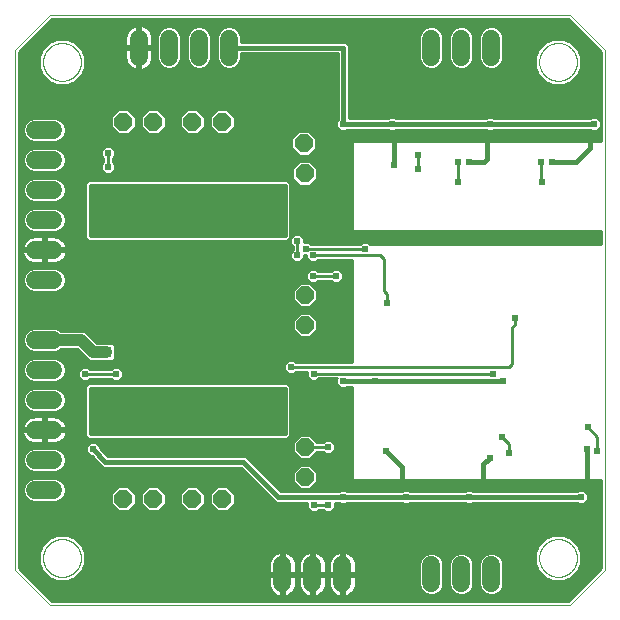
<source format=gbl>
G75*
%MOIN*%
%OFA0B0*%
%FSLAX25Y25*%
%IPPOS*%
%LPD*%
%AMOC8*
5,1,8,0,0,1.08239X$1,22.5*
%
%ADD10C,0.00000*%
%ADD11C,0.06000*%
%ADD12OC8,0.06000*%
%ADD13C,0.01600*%
%ADD14C,0.02400*%
%ADD15C,0.01000*%
%ADD16C,0.04000*%
%ADD17R,0.03562X0.03562*%
D10*
X0010300Y0020311D02*
X0022111Y0008500D01*
X0195339Y0008500D01*
X0207150Y0020311D01*
X0207150Y0193539D01*
X0195339Y0205350D01*
X0022111Y0205350D01*
X0010300Y0193539D01*
X0010300Y0020311D01*
X0019749Y0024248D02*
X0019751Y0024406D01*
X0019757Y0024564D01*
X0019767Y0024722D01*
X0019781Y0024880D01*
X0019799Y0025037D01*
X0019820Y0025194D01*
X0019846Y0025350D01*
X0019876Y0025506D01*
X0019909Y0025661D01*
X0019947Y0025814D01*
X0019988Y0025967D01*
X0020033Y0026119D01*
X0020082Y0026270D01*
X0020135Y0026419D01*
X0020191Y0026567D01*
X0020251Y0026713D01*
X0020315Y0026858D01*
X0020383Y0027001D01*
X0020454Y0027143D01*
X0020528Y0027283D01*
X0020606Y0027420D01*
X0020688Y0027556D01*
X0020772Y0027690D01*
X0020861Y0027821D01*
X0020952Y0027950D01*
X0021047Y0028077D01*
X0021144Y0028202D01*
X0021245Y0028324D01*
X0021349Y0028443D01*
X0021456Y0028560D01*
X0021566Y0028674D01*
X0021679Y0028785D01*
X0021794Y0028894D01*
X0021912Y0028999D01*
X0022033Y0029101D01*
X0022156Y0029201D01*
X0022282Y0029297D01*
X0022410Y0029390D01*
X0022540Y0029480D01*
X0022673Y0029566D01*
X0022808Y0029650D01*
X0022944Y0029729D01*
X0023083Y0029806D01*
X0023224Y0029878D01*
X0023366Y0029948D01*
X0023510Y0030013D01*
X0023656Y0030075D01*
X0023803Y0030133D01*
X0023952Y0030188D01*
X0024102Y0030239D01*
X0024253Y0030286D01*
X0024405Y0030329D01*
X0024558Y0030368D01*
X0024713Y0030404D01*
X0024868Y0030435D01*
X0025024Y0030463D01*
X0025180Y0030487D01*
X0025337Y0030507D01*
X0025495Y0030523D01*
X0025652Y0030535D01*
X0025811Y0030543D01*
X0025969Y0030547D01*
X0026127Y0030547D01*
X0026285Y0030543D01*
X0026444Y0030535D01*
X0026601Y0030523D01*
X0026759Y0030507D01*
X0026916Y0030487D01*
X0027072Y0030463D01*
X0027228Y0030435D01*
X0027383Y0030404D01*
X0027538Y0030368D01*
X0027691Y0030329D01*
X0027843Y0030286D01*
X0027994Y0030239D01*
X0028144Y0030188D01*
X0028293Y0030133D01*
X0028440Y0030075D01*
X0028586Y0030013D01*
X0028730Y0029948D01*
X0028872Y0029878D01*
X0029013Y0029806D01*
X0029152Y0029729D01*
X0029288Y0029650D01*
X0029423Y0029566D01*
X0029556Y0029480D01*
X0029686Y0029390D01*
X0029814Y0029297D01*
X0029940Y0029201D01*
X0030063Y0029101D01*
X0030184Y0028999D01*
X0030302Y0028894D01*
X0030417Y0028785D01*
X0030530Y0028674D01*
X0030640Y0028560D01*
X0030747Y0028443D01*
X0030851Y0028324D01*
X0030952Y0028202D01*
X0031049Y0028077D01*
X0031144Y0027950D01*
X0031235Y0027821D01*
X0031324Y0027690D01*
X0031408Y0027556D01*
X0031490Y0027420D01*
X0031568Y0027283D01*
X0031642Y0027143D01*
X0031713Y0027001D01*
X0031781Y0026858D01*
X0031845Y0026713D01*
X0031905Y0026567D01*
X0031961Y0026419D01*
X0032014Y0026270D01*
X0032063Y0026119D01*
X0032108Y0025967D01*
X0032149Y0025814D01*
X0032187Y0025661D01*
X0032220Y0025506D01*
X0032250Y0025350D01*
X0032276Y0025194D01*
X0032297Y0025037D01*
X0032315Y0024880D01*
X0032329Y0024722D01*
X0032339Y0024564D01*
X0032345Y0024406D01*
X0032347Y0024248D01*
X0032345Y0024090D01*
X0032339Y0023932D01*
X0032329Y0023774D01*
X0032315Y0023616D01*
X0032297Y0023459D01*
X0032276Y0023302D01*
X0032250Y0023146D01*
X0032220Y0022990D01*
X0032187Y0022835D01*
X0032149Y0022682D01*
X0032108Y0022529D01*
X0032063Y0022377D01*
X0032014Y0022226D01*
X0031961Y0022077D01*
X0031905Y0021929D01*
X0031845Y0021783D01*
X0031781Y0021638D01*
X0031713Y0021495D01*
X0031642Y0021353D01*
X0031568Y0021213D01*
X0031490Y0021076D01*
X0031408Y0020940D01*
X0031324Y0020806D01*
X0031235Y0020675D01*
X0031144Y0020546D01*
X0031049Y0020419D01*
X0030952Y0020294D01*
X0030851Y0020172D01*
X0030747Y0020053D01*
X0030640Y0019936D01*
X0030530Y0019822D01*
X0030417Y0019711D01*
X0030302Y0019602D01*
X0030184Y0019497D01*
X0030063Y0019395D01*
X0029940Y0019295D01*
X0029814Y0019199D01*
X0029686Y0019106D01*
X0029556Y0019016D01*
X0029423Y0018930D01*
X0029288Y0018846D01*
X0029152Y0018767D01*
X0029013Y0018690D01*
X0028872Y0018618D01*
X0028730Y0018548D01*
X0028586Y0018483D01*
X0028440Y0018421D01*
X0028293Y0018363D01*
X0028144Y0018308D01*
X0027994Y0018257D01*
X0027843Y0018210D01*
X0027691Y0018167D01*
X0027538Y0018128D01*
X0027383Y0018092D01*
X0027228Y0018061D01*
X0027072Y0018033D01*
X0026916Y0018009D01*
X0026759Y0017989D01*
X0026601Y0017973D01*
X0026444Y0017961D01*
X0026285Y0017953D01*
X0026127Y0017949D01*
X0025969Y0017949D01*
X0025811Y0017953D01*
X0025652Y0017961D01*
X0025495Y0017973D01*
X0025337Y0017989D01*
X0025180Y0018009D01*
X0025024Y0018033D01*
X0024868Y0018061D01*
X0024713Y0018092D01*
X0024558Y0018128D01*
X0024405Y0018167D01*
X0024253Y0018210D01*
X0024102Y0018257D01*
X0023952Y0018308D01*
X0023803Y0018363D01*
X0023656Y0018421D01*
X0023510Y0018483D01*
X0023366Y0018548D01*
X0023224Y0018618D01*
X0023083Y0018690D01*
X0022944Y0018767D01*
X0022808Y0018846D01*
X0022673Y0018930D01*
X0022540Y0019016D01*
X0022410Y0019106D01*
X0022282Y0019199D01*
X0022156Y0019295D01*
X0022033Y0019395D01*
X0021912Y0019497D01*
X0021794Y0019602D01*
X0021679Y0019711D01*
X0021566Y0019822D01*
X0021456Y0019936D01*
X0021349Y0020053D01*
X0021245Y0020172D01*
X0021144Y0020294D01*
X0021047Y0020419D01*
X0020952Y0020546D01*
X0020861Y0020675D01*
X0020772Y0020806D01*
X0020688Y0020940D01*
X0020606Y0021076D01*
X0020528Y0021213D01*
X0020454Y0021353D01*
X0020383Y0021495D01*
X0020315Y0021638D01*
X0020251Y0021783D01*
X0020191Y0021929D01*
X0020135Y0022077D01*
X0020082Y0022226D01*
X0020033Y0022377D01*
X0019988Y0022529D01*
X0019947Y0022682D01*
X0019909Y0022835D01*
X0019876Y0022990D01*
X0019846Y0023146D01*
X0019820Y0023302D01*
X0019799Y0023459D01*
X0019781Y0023616D01*
X0019767Y0023774D01*
X0019757Y0023932D01*
X0019751Y0024090D01*
X0019749Y0024248D01*
X0019749Y0189602D02*
X0019751Y0189760D01*
X0019757Y0189918D01*
X0019767Y0190076D01*
X0019781Y0190234D01*
X0019799Y0190391D01*
X0019820Y0190548D01*
X0019846Y0190704D01*
X0019876Y0190860D01*
X0019909Y0191015D01*
X0019947Y0191168D01*
X0019988Y0191321D01*
X0020033Y0191473D01*
X0020082Y0191624D01*
X0020135Y0191773D01*
X0020191Y0191921D01*
X0020251Y0192067D01*
X0020315Y0192212D01*
X0020383Y0192355D01*
X0020454Y0192497D01*
X0020528Y0192637D01*
X0020606Y0192774D01*
X0020688Y0192910D01*
X0020772Y0193044D01*
X0020861Y0193175D01*
X0020952Y0193304D01*
X0021047Y0193431D01*
X0021144Y0193556D01*
X0021245Y0193678D01*
X0021349Y0193797D01*
X0021456Y0193914D01*
X0021566Y0194028D01*
X0021679Y0194139D01*
X0021794Y0194248D01*
X0021912Y0194353D01*
X0022033Y0194455D01*
X0022156Y0194555D01*
X0022282Y0194651D01*
X0022410Y0194744D01*
X0022540Y0194834D01*
X0022673Y0194920D01*
X0022808Y0195004D01*
X0022944Y0195083D01*
X0023083Y0195160D01*
X0023224Y0195232D01*
X0023366Y0195302D01*
X0023510Y0195367D01*
X0023656Y0195429D01*
X0023803Y0195487D01*
X0023952Y0195542D01*
X0024102Y0195593D01*
X0024253Y0195640D01*
X0024405Y0195683D01*
X0024558Y0195722D01*
X0024713Y0195758D01*
X0024868Y0195789D01*
X0025024Y0195817D01*
X0025180Y0195841D01*
X0025337Y0195861D01*
X0025495Y0195877D01*
X0025652Y0195889D01*
X0025811Y0195897D01*
X0025969Y0195901D01*
X0026127Y0195901D01*
X0026285Y0195897D01*
X0026444Y0195889D01*
X0026601Y0195877D01*
X0026759Y0195861D01*
X0026916Y0195841D01*
X0027072Y0195817D01*
X0027228Y0195789D01*
X0027383Y0195758D01*
X0027538Y0195722D01*
X0027691Y0195683D01*
X0027843Y0195640D01*
X0027994Y0195593D01*
X0028144Y0195542D01*
X0028293Y0195487D01*
X0028440Y0195429D01*
X0028586Y0195367D01*
X0028730Y0195302D01*
X0028872Y0195232D01*
X0029013Y0195160D01*
X0029152Y0195083D01*
X0029288Y0195004D01*
X0029423Y0194920D01*
X0029556Y0194834D01*
X0029686Y0194744D01*
X0029814Y0194651D01*
X0029940Y0194555D01*
X0030063Y0194455D01*
X0030184Y0194353D01*
X0030302Y0194248D01*
X0030417Y0194139D01*
X0030530Y0194028D01*
X0030640Y0193914D01*
X0030747Y0193797D01*
X0030851Y0193678D01*
X0030952Y0193556D01*
X0031049Y0193431D01*
X0031144Y0193304D01*
X0031235Y0193175D01*
X0031324Y0193044D01*
X0031408Y0192910D01*
X0031490Y0192774D01*
X0031568Y0192637D01*
X0031642Y0192497D01*
X0031713Y0192355D01*
X0031781Y0192212D01*
X0031845Y0192067D01*
X0031905Y0191921D01*
X0031961Y0191773D01*
X0032014Y0191624D01*
X0032063Y0191473D01*
X0032108Y0191321D01*
X0032149Y0191168D01*
X0032187Y0191015D01*
X0032220Y0190860D01*
X0032250Y0190704D01*
X0032276Y0190548D01*
X0032297Y0190391D01*
X0032315Y0190234D01*
X0032329Y0190076D01*
X0032339Y0189918D01*
X0032345Y0189760D01*
X0032347Y0189602D01*
X0032345Y0189444D01*
X0032339Y0189286D01*
X0032329Y0189128D01*
X0032315Y0188970D01*
X0032297Y0188813D01*
X0032276Y0188656D01*
X0032250Y0188500D01*
X0032220Y0188344D01*
X0032187Y0188189D01*
X0032149Y0188036D01*
X0032108Y0187883D01*
X0032063Y0187731D01*
X0032014Y0187580D01*
X0031961Y0187431D01*
X0031905Y0187283D01*
X0031845Y0187137D01*
X0031781Y0186992D01*
X0031713Y0186849D01*
X0031642Y0186707D01*
X0031568Y0186567D01*
X0031490Y0186430D01*
X0031408Y0186294D01*
X0031324Y0186160D01*
X0031235Y0186029D01*
X0031144Y0185900D01*
X0031049Y0185773D01*
X0030952Y0185648D01*
X0030851Y0185526D01*
X0030747Y0185407D01*
X0030640Y0185290D01*
X0030530Y0185176D01*
X0030417Y0185065D01*
X0030302Y0184956D01*
X0030184Y0184851D01*
X0030063Y0184749D01*
X0029940Y0184649D01*
X0029814Y0184553D01*
X0029686Y0184460D01*
X0029556Y0184370D01*
X0029423Y0184284D01*
X0029288Y0184200D01*
X0029152Y0184121D01*
X0029013Y0184044D01*
X0028872Y0183972D01*
X0028730Y0183902D01*
X0028586Y0183837D01*
X0028440Y0183775D01*
X0028293Y0183717D01*
X0028144Y0183662D01*
X0027994Y0183611D01*
X0027843Y0183564D01*
X0027691Y0183521D01*
X0027538Y0183482D01*
X0027383Y0183446D01*
X0027228Y0183415D01*
X0027072Y0183387D01*
X0026916Y0183363D01*
X0026759Y0183343D01*
X0026601Y0183327D01*
X0026444Y0183315D01*
X0026285Y0183307D01*
X0026127Y0183303D01*
X0025969Y0183303D01*
X0025811Y0183307D01*
X0025652Y0183315D01*
X0025495Y0183327D01*
X0025337Y0183343D01*
X0025180Y0183363D01*
X0025024Y0183387D01*
X0024868Y0183415D01*
X0024713Y0183446D01*
X0024558Y0183482D01*
X0024405Y0183521D01*
X0024253Y0183564D01*
X0024102Y0183611D01*
X0023952Y0183662D01*
X0023803Y0183717D01*
X0023656Y0183775D01*
X0023510Y0183837D01*
X0023366Y0183902D01*
X0023224Y0183972D01*
X0023083Y0184044D01*
X0022944Y0184121D01*
X0022808Y0184200D01*
X0022673Y0184284D01*
X0022540Y0184370D01*
X0022410Y0184460D01*
X0022282Y0184553D01*
X0022156Y0184649D01*
X0022033Y0184749D01*
X0021912Y0184851D01*
X0021794Y0184956D01*
X0021679Y0185065D01*
X0021566Y0185176D01*
X0021456Y0185290D01*
X0021349Y0185407D01*
X0021245Y0185526D01*
X0021144Y0185648D01*
X0021047Y0185773D01*
X0020952Y0185900D01*
X0020861Y0186029D01*
X0020772Y0186160D01*
X0020688Y0186294D01*
X0020606Y0186430D01*
X0020528Y0186567D01*
X0020454Y0186707D01*
X0020383Y0186849D01*
X0020315Y0186992D01*
X0020251Y0187137D01*
X0020191Y0187283D01*
X0020135Y0187431D01*
X0020082Y0187580D01*
X0020033Y0187731D01*
X0019988Y0187883D01*
X0019947Y0188036D01*
X0019909Y0188189D01*
X0019876Y0188344D01*
X0019846Y0188500D01*
X0019820Y0188656D01*
X0019799Y0188813D01*
X0019781Y0188970D01*
X0019767Y0189128D01*
X0019757Y0189286D01*
X0019751Y0189444D01*
X0019749Y0189602D01*
X0185103Y0189602D02*
X0185105Y0189760D01*
X0185111Y0189918D01*
X0185121Y0190076D01*
X0185135Y0190234D01*
X0185153Y0190391D01*
X0185174Y0190548D01*
X0185200Y0190704D01*
X0185230Y0190860D01*
X0185263Y0191015D01*
X0185301Y0191168D01*
X0185342Y0191321D01*
X0185387Y0191473D01*
X0185436Y0191624D01*
X0185489Y0191773D01*
X0185545Y0191921D01*
X0185605Y0192067D01*
X0185669Y0192212D01*
X0185737Y0192355D01*
X0185808Y0192497D01*
X0185882Y0192637D01*
X0185960Y0192774D01*
X0186042Y0192910D01*
X0186126Y0193044D01*
X0186215Y0193175D01*
X0186306Y0193304D01*
X0186401Y0193431D01*
X0186498Y0193556D01*
X0186599Y0193678D01*
X0186703Y0193797D01*
X0186810Y0193914D01*
X0186920Y0194028D01*
X0187033Y0194139D01*
X0187148Y0194248D01*
X0187266Y0194353D01*
X0187387Y0194455D01*
X0187510Y0194555D01*
X0187636Y0194651D01*
X0187764Y0194744D01*
X0187894Y0194834D01*
X0188027Y0194920D01*
X0188162Y0195004D01*
X0188298Y0195083D01*
X0188437Y0195160D01*
X0188578Y0195232D01*
X0188720Y0195302D01*
X0188864Y0195367D01*
X0189010Y0195429D01*
X0189157Y0195487D01*
X0189306Y0195542D01*
X0189456Y0195593D01*
X0189607Y0195640D01*
X0189759Y0195683D01*
X0189912Y0195722D01*
X0190067Y0195758D01*
X0190222Y0195789D01*
X0190378Y0195817D01*
X0190534Y0195841D01*
X0190691Y0195861D01*
X0190849Y0195877D01*
X0191006Y0195889D01*
X0191165Y0195897D01*
X0191323Y0195901D01*
X0191481Y0195901D01*
X0191639Y0195897D01*
X0191798Y0195889D01*
X0191955Y0195877D01*
X0192113Y0195861D01*
X0192270Y0195841D01*
X0192426Y0195817D01*
X0192582Y0195789D01*
X0192737Y0195758D01*
X0192892Y0195722D01*
X0193045Y0195683D01*
X0193197Y0195640D01*
X0193348Y0195593D01*
X0193498Y0195542D01*
X0193647Y0195487D01*
X0193794Y0195429D01*
X0193940Y0195367D01*
X0194084Y0195302D01*
X0194226Y0195232D01*
X0194367Y0195160D01*
X0194506Y0195083D01*
X0194642Y0195004D01*
X0194777Y0194920D01*
X0194910Y0194834D01*
X0195040Y0194744D01*
X0195168Y0194651D01*
X0195294Y0194555D01*
X0195417Y0194455D01*
X0195538Y0194353D01*
X0195656Y0194248D01*
X0195771Y0194139D01*
X0195884Y0194028D01*
X0195994Y0193914D01*
X0196101Y0193797D01*
X0196205Y0193678D01*
X0196306Y0193556D01*
X0196403Y0193431D01*
X0196498Y0193304D01*
X0196589Y0193175D01*
X0196678Y0193044D01*
X0196762Y0192910D01*
X0196844Y0192774D01*
X0196922Y0192637D01*
X0196996Y0192497D01*
X0197067Y0192355D01*
X0197135Y0192212D01*
X0197199Y0192067D01*
X0197259Y0191921D01*
X0197315Y0191773D01*
X0197368Y0191624D01*
X0197417Y0191473D01*
X0197462Y0191321D01*
X0197503Y0191168D01*
X0197541Y0191015D01*
X0197574Y0190860D01*
X0197604Y0190704D01*
X0197630Y0190548D01*
X0197651Y0190391D01*
X0197669Y0190234D01*
X0197683Y0190076D01*
X0197693Y0189918D01*
X0197699Y0189760D01*
X0197701Y0189602D01*
X0197699Y0189444D01*
X0197693Y0189286D01*
X0197683Y0189128D01*
X0197669Y0188970D01*
X0197651Y0188813D01*
X0197630Y0188656D01*
X0197604Y0188500D01*
X0197574Y0188344D01*
X0197541Y0188189D01*
X0197503Y0188036D01*
X0197462Y0187883D01*
X0197417Y0187731D01*
X0197368Y0187580D01*
X0197315Y0187431D01*
X0197259Y0187283D01*
X0197199Y0187137D01*
X0197135Y0186992D01*
X0197067Y0186849D01*
X0196996Y0186707D01*
X0196922Y0186567D01*
X0196844Y0186430D01*
X0196762Y0186294D01*
X0196678Y0186160D01*
X0196589Y0186029D01*
X0196498Y0185900D01*
X0196403Y0185773D01*
X0196306Y0185648D01*
X0196205Y0185526D01*
X0196101Y0185407D01*
X0195994Y0185290D01*
X0195884Y0185176D01*
X0195771Y0185065D01*
X0195656Y0184956D01*
X0195538Y0184851D01*
X0195417Y0184749D01*
X0195294Y0184649D01*
X0195168Y0184553D01*
X0195040Y0184460D01*
X0194910Y0184370D01*
X0194777Y0184284D01*
X0194642Y0184200D01*
X0194506Y0184121D01*
X0194367Y0184044D01*
X0194226Y0183972D01*
X0194084Y0183902D01*
X0193940Y0183837D01*
X0193794Y0183775D01*
X0193647Y0183717D01*
X0193498Y0183662D01*
X0193348Y0183611D01*
X0193197Y0183564D01*
X0193045Y0183521D01*
X0192892Y0183482D01*
X0192737Y0183446D01*
X0192582Y0183415D01*
X0192426Y0183387D01*
X0192270Y0183363D01*
X0192113Y0183343D01*
X0191955Y0183327D01*
X0191798Y0183315D01*
X0191639Y0183307D01*
X0191481Y0183303D01*
X0191323Y0183303D01*
X0191165Y0183307D01*
X0191006Y0183315D01*
X0190849Y0183327D01*
X0190691Y0183343D01*
X0190534Y0183363D01*
X0190378Y0183387D01*
X0190222Y0183415D01*
X0190067Y0183446D01*
X0189912Y0183482D01*
X0189759Y0183521D01*
X0189607Y0183564D01*
X0189456Y0183611D01*
X0189306Y0183662D01*
X0189157Y0183717D01*
X0189010Y0183775D01*
X0188864Y0183837D01*
X0188720Y0183902D01*
X0188578Y0183972D01*
X0188437Y0184044D01*
X0188298Y0184121D01*
X0188162Y0184200D01*
X0188027Y0184284D01*
X0187894Y0184370D01*
X0187764Y0184460D01*
X0187636Y0184553D01*
X0187510Y0184649D01*
X0187387Y0184749D01*
X0187266Y0184851D01*
X0187148Y0184956D01*
X0187033Y0185065D01*
X0186920Y0185176D01*
X0186810Y0185290D01*
X0186703Y0185407D01*
X0186599Y0185526D01*
X0186498Y0185648D01*
X0186401Y0185773D01*
X0186306Y0185900D01*
X0186215Y0186029D01*
X0186126Y0186160D01*
X0186042Y0186294D01*
X0185960Y0186430D01*
X0185882Y0186567D01*
X0185808Y0186707D01*
X0185737Y0186849D01*
X0185669Y0186992D01*
X0185605Y0187137D01*
X0185545Y0187283D01*
X0185489Y0187431D01*
X0185436Y0187580D01*
X0185387Y0187731D01*
X0185342Y0187883D01*
X0185301Y0188036D01*
X0185263Y0188189D01*
X0185230Y0188344D01*
X0185200Y0188500D01*
X0185174Y0188656D01*
X0185153Y0188813D01*
X0185135Y0188970D01*
X0185121Y0189128D01*
X0185111Y0189286D01*
X0185105Y0189444D01*
X0185103Y0189602D01*
X0185103Y0024248D02*
X0185105Y0024406D01*
X0185111Y0024564D01*
X0185121Y0024722D01*
X0185135Y0024880D01*
X0185153Y0025037D01*
X0185174Y0025194D01*
X0185200Y0025350D01*
X0185230Y0025506D01*
X0185263Y0025661D01*
X0185301Y0025814D01*
X0185342Y0025967D01*
X0185387Y0026119D01*
X0185436Y0026270D01*
X0185489Y0026419D01*
X0185545Y0026567D01*
X0185605Y0026713D01*
X0185669Y0026858D01*
X0185737Y0027001D01*
X0185808Y0027143D01*
X0185882Y0027283D01*
X0185960Y0027420D01*
X0186042Y0027556D01*
X0186126Y0027690D01*
X0186215Y0027821D01*
X0186306Y0027950D01*
X0186401Y0028077D01*
X0186498Y0028202D01*
X0186599Y0028324D01*
X0186703Y0028443D01*
X0186810Y0028560D01*
X0186920Y0028674D01*
X0187033Y0028785D01*
X0187148Y0028894D01*
X0187266Y0028999D01*
X0187387Y0029101D01*
X0187510Y0029201D01*
X0187636Y0029297D01*
X0187764Y0029390D01*
X0187894Y0029480D01*
X0188027Y0029566D01*
X0188162Y0029650D01*
X0188298Y0029729D01*
X0188437Y0029806D01*
X0188578Y0029878D01*
X0188720Y0029948D01*
X0188864Y0030013D01*
X0189010Y0030075D01*
X0189157Y0030133D01*
X0189306Y0030188D01*
X0189456Y0030239D01*
X0189607Y0030286D01*
X0189759Y0030329D01*
X0189912Y0030368D01*
X0190067Y0030404D01*
X0190222Y0030435D01*
X0190378Y0030463D01*
X0190534Y0030487D01*
X0190691Y0030507D01*
X0190849Y0030523D01*
X0191006Y0030535D01*
X0191165Y0030543D01*
X0191323Y0030547D01*
X0191481Y0030547D01*
X0191639Y0030543D01*
X0191798Y0030535D01*
X0191955Y0030523D01*
X0192113Y0030507D01*
X0192270Y0030487D01*
X0192426Y0030463D01*
X0192582Y0030435D01*
X0192737Y0030404D01*
X0192892Y0030368D01*
X0193045Y0030329D01*
X0193197Y0030286D01*
X0193348Y0030239D01*
X0193498Y0030188D01*
X0193647Y0030133D01*
X0193794Y0030075D01*
X0193940Y0030013D01*
X0194084Y0029948D01*
X0194226Y0029878D01*
X0194367Y0029806D01*
X0194506Y0029729D01*
X0194642Y0029650D01*
X0194777Y0029566D01*
X0194910Y0029480D01*
X0195040Y0029390D01*
X0195168Y0029297D01*
X0195294Y0029201D01*
X0195417Y0029101D01*
X0195538Y0028999D01*
X0195656Y0028894D01*
X0195771Y0028785D01*
X0195884Y0028674D01*
X0195994Y0028560D01*
X0196101Y0028443D01*
X0196205Y0028324D01*
X0196306Y0028202D01*
X0196403Y0028077D01*
X0196498Y0027950D01*
X0196589Y0027821D01*
X0196678Y0027690D01*
X0196762Y0027556D01*
X0196844Y0027420D01*
X0196922Y0027283D01*
X0196996Y0027143D01*
X0197067Y0027001D01*
X0197135Y0026858D01*
X0197199Y0026713D01*
X0197259Y0026567D01*
X0197315Y0026419D01*
X0197368Y0026270D01*
X0197417Y0026119D01*
X0197462Y0025967D01*
X0197503Y0025814D01*
X0197541Y0025661D01*
X0197574Y0025506D01*
X0197604Y0025350D01*
X0197630Y0025194D01*
X0197651Y0025037D01*
X0197669Y0024880D01*
X0197683Y0024722D01*
X0197693Y0024564D01*
X0197699Y0024406D01*
X0197701Y0024248D01*
X0197699Y0024090D01*
X0197693Y0023932D01*
X0197683Y0023774D01*
X0197669Y0023616D01*
X0197651Y0023459D01*
X0197630Y0023302D01*
X0197604Y0023146D01*
X0197574Y0022990D01*
X0197541Y0022835D01*
X0197503Y0022682D01*
X0197462Y0022529D01*
X0197417Y0022377D01*
X0197368Y0022226D01*
X0197315Y0022077D01*
X0197259Y0021929D01*
X0197199Y0021783D01*
X0197135Y0021638D01*
X0197067Y0021495D01*
X0196996Y0021353D01*
X0196922Y0021213D01*
X0196844Y0021076D01*
X0196762Y0020940D01*
X0196678Y0020806D01*
X0196589Y0020675D01*
X0196498Y0020546D01*
X0196403Y0020419D01*
X0196306Y0020294D01*
X0196205Y0020172D01*
X0196101Y0020053D01*
X0195994Y0019936D01*
X0195884Y0019822D01*
X0195771Y0019711D01*
X0195656Y0019602D01*
X0195538Y0019497D01*
X0195417Y0019395D01*
X0195294Y0019295D01*
X0195168Y0019199D01*
X0195040Y0019106D01*
X0194910Y0019016D01*
X0194777Y0018930D01*
X0194642Y0018846D01*
X0194506Y0018767D01*
X0194367Y0018690D01*
X0194226Y0018618D01*
X0194084Y0018548D01*
X0193940Y0018483D01*
X0193794Y0018421D01*
X0193647Y0018363D01*
X0193498Y0018308D01*
X0193348Y0018257D01*
X0193197Y0018210D01*
X0193045Y0018167D01*
X0192892Y0018128D01*
X0192737Y0018092D01*
X0192582Y0018061D01*
X0192426Y0018033D01*
X0192270Y0018009D01*
X0192113Y0017989D01*
X0191955Y0017973D01*
X0191798Y0017961D01*
X0191639Y0017953D01*
X0191481Y0017949D01*
X0191323Y0017949D01*
X0191165Y0017953D01*
X0191006Y0017961D01*
X0190849Y0017973D01*
X0190691Y0017989D01*
X0190534Y0018009D01*
X0190378Y0018033D01*
X0190222Y0018061D01*
X0190067Y0018092D01*
X0189912Y0018128D01*
X0189759Y0018167D01*
X0189607Y0018210D01*
X0189456Y0018257D01*
X0189306Y0018308D01*
X0189157Y0018363D01*
X0189010Y0018421D01*
X0188864Y0018483D01*
X0188720Y0018548D01*
X0188578Y0018618D01*
X0188437Y0018690D01*
X0188298Y0018767D01*
X0188162Y0018846D01*
X0188027Y0018930D01*
X0187894Y0019016D01*
X0187764Y0019106D01*
X0187636Y0019199D01*
X0187510Y0019295D01*
X0187387Y0019395D01*
X0187266Y0019497D01*
X0187148Y0019602D01*
X0187033Y0019711D01*
X0186920Y0019822D01*
X0186810Y0019936D01*
X0186703Y0020053D01*
X0186599Y0020172D01*
X0186498Y0020294D01*
X0186401Y0020419D01*
X0186306Y0020546D01*
X0186215Y0020675D01*
X0186126Y0020806D01*
X0186042Y0020940D01*
X0185960Y0021076D01*
X0185882Y0021213D01*
X0185808Y0021353D01*
X0185737Y0021495D01*
X0185669Y0021638D01*
X0185605Y0021783D01*
X0185545Y0021929D01*
X0185489Y0022077D01*
X0185436Y0022226D01*
X0185387Y0022377D01*
X0185342Y0022529D01*
X0185301Y0022682D01*
X0185263Y0022835D01*
X0185230Y0022990D01*
X0185200Y0023146D01*
X0185174Y0023302D01*
X0185153Y0023459D01*
X0185135Y0023616D01*
X0185121Y0023774D01*
X0185111Y0023932D01*
X0185105Y0024090D01*
X0185103Y0024248D01*
D11*
X0169100Y0021900D02*
X0169100Y0015900D01*
X0159100Y0015900D02*
X0159100Y0021900D01*
X0149100Y0021900D02*
X0149100Y0015900D01*
X0119500Y0015900D02*
X0119500Y0021900D01*
X0109500Y0021900D02*
X0109500Y0015900D01*
X0099500Y0015900D02*
X0099500Y0021900D01*
X0023143Y0046925D02*
X0017143Y0046925D01*
X0017143Y0056925D02*
X0023143Y0056925D01*
X0023143Y0066925D02*
X0017143Y0066925D01*
X0017143Y0076925D02*
X0023143Y0076925D01*
X0023143Y0086925D02*
X0017143Y0086925D01*
X0017143Y0096925D02*
X0023143Y0096925D01*
X0023143Y0116925D02*
X0017143Y0116925D01*
X0017143Y0126925D02*
X0023143Y0126925D01*
X0023143Y0136925D02*
X0017143Y0136925D01*
X0017143Y0146925D02*
X0023143Y0146925D01*
X0023143Y0156925D02*
X0017143Y0156925D01*
X0017143Y0166925D02*
X0023143Y0166925D01*
X0051700Y0191400D02*
X0051700Y0197400D01*
X0061700Y0197400D02*
X0061700Y0191400D01*
X0071700Y0191400D02*
X0071700Y0197400D01*
X0081700Y0197400D02*
X0081700Y0191400D01*
X0149100Y0191400D02*
X0149100Y0197400D01*
X0159100Y0197400D02*
X0159100Y0191400D01*
X0169100Y0191400D02*
X0169100Y0197400D01*
D12*
X0106600Y0162500D03*
X0106900Y0152500D03*
X0079500Y0169700D03*
X0069500Y0169700D03*
X0056500Y0169700D03*
X0046500Y0169700D03*
X0107000Y0111900D03*
X0107000Y0101900D03*
X0107000Y0061200D03*
X0107000Y0051200D03*
X0079500Y0044000D03*
X0069500Y0044000D03*
X0056500Y0044000D03*
X0046500Y0044000D03*
D13*
X0040500Y0056300D02*
X0036300Y0060500D01*
X0040500Y0056300D02*
X0086500Y0056300D01*
X0098200Y0044600D01*
X0119800Y0044600D01*
X0140600Y0044600D01*
X0161800Y0044600D01*
X0199200Y0044600D01*
X0197700Y0047500D02*
X0200900Y0050700D01*
X0200900Y0060600D01*
X0197700Y0047500D02*
X0166500Y0047500D01*
X0166500Y0055600D01*
X0168600Y0057700D01*
X0166500Y0047500D02*
X0139400Y0047500D01*
X0139400Y0054600D01*
X0134100Y0059900D01*
X0130300Y0083100D02*
X0119800Y0083100D01*
X0130300Y0083100D02*
X0173100Y0083100D01*
X0173100Y0130000D02*
X0130300Y0130000D01*
X0117200Y0130000D01*
X0100300Y0131900D02*
X0035600Y0131900D01*
X0035600Y0148300D01*
X0100300Y0148300D01*
X0100300Y0131900D01*
X0100300Y0133184D02*
X0035600Y0133184D01*
X0035600Y0134782D02*
X0100300Y0134782D01*
X0100300Y0136381D02*
X0035600Y0136381D01*
X0035600Y0137979D02*
X0100300Y0137979D01*
X0100300Y0139578D02*
X0035600Y0139578D01*
X0035600Y0141176D02*
X0100300Y0141176D01*
X0100300Y0142775D02*
X0035600Y0142775D01*
X0035600Y0144373D02*
X0100300Y0144373D01*
X0100300Y0145972D02*
X0035600Y0145972D01*
X0035600Y0147570D02*
X0100300Y0147570D01*
X0088300Y0140100D02*
X0079200Y0140100D01*
X0065200Y0140100D01*
X0038100Y0140100D01*
X0052700Y0095400D02*
X0090700Y0096300D01*
X0090500Y0106700D01*
X0117200Y0106700D01*
X0100300Y0080700D02*
X0100300Y0065800D01*
X0035600Y0065800D01*
X0035600Y0080700D01*
X0100300Y0080700D01*
X0100300Y0080433D02*
X0035600Y0080433D01*
X0035600Y0078834D02*
X0100300Y0078834D01*
X0100300Y0077236D02*
X0035600Y0077236D01*
X0035600Y0075637D02*
X0100300Y0075637D01*
X0100300Y0074039D02*
X0035600Y0074039D01*
X0035600Y0072440D02*
X0100300Y0072440D01*
X0100300Y0070842D02*
X0035600Y0070842D01*
X0035600Y0069243D02*
X0100300Y0069243D01*
X0100300Y0067645D02*
X0035600Y0067645D01*
X0035600Y0066046D02*
X0100300Y0066046D01*
X0098300Y0073100D02*
X0082800Y0073100D01*
X0069300Y0073100D01*
X0055300Y0073100D01*
X0041300Y0073100D01*
X0136800Y0155400D02*
X0136800Y0166300D01*
X0117200Y0166300D01*
X0119800Y0168900D02*
X0119800Y0194400D01*
X0081700Y0194400D01*
X0119800Y0168900D02*
X0135900Y0168900D01*
X0168600Y0168900D01*
X0203300Y0168900D01*
X0201000Y0166300D02*
X0202000Y0165300D01*
X0202000Y0161000D01*
X0197400Y0156400D01*
X0189400Y0156400D01*
X0201000Y0166300D02*
X0167600Y0166300D01*
X0167600Y0157100D01*
X0166800Y0156300D01*
X0161800Y0156300D01*
X0167600Y0166300D02*
X0136800Y0166300D01*
D14*
X0135900Y0168900D03*
X0144700Y0158500D03*
X0144700Y0153900D03*
X0136800Y0155400D03*
X0119800Y0168900D03*
X0088300Y0140100D03*
X0079200Y0140100D03*
X0065200Y0140100D03*
X0041400Y0154600D03*
X0041400Y0159300D03*
X0038100Y0140100D03*
X0045200Y0098800D03*
X0046500Y0095400D03*
X0049700Y0095400D03*
X0052700Y0095400D03*
X0055700Y0095400D03*
X0044000Y0085500D03*
X0033600Y0085500D03*
X0041300Y0073100D03*
X0036300Y0060500D03*
X0055300Y0073100D03*
X0069300Y0073100D03*
X0082800Y0073100D03*
X0098300Y0073100D03*
X0109900Y0085700D03*
X0102400Y0088000D03*
X0093800Y0093400D03*
X0093800Y0096300D03*
X0090700Y0096300D03*
X0090700Y0093400D03*
X0093700Y0115700D03*
X0104500Y0125100D03*
X0107400Y0127400D03*
X0109800Y0125100D03*
X0104500Y0130000D03*
X0109800Y0118300D03*
X0117300Y0118300D03*
X0127000Y0127400D03*
X0130300Y0130000D03*
X0134300Y0109400D03*
X0130300Y0083100D03*
X0119800Y0083100D03*
X0114600Y0061200D03*
X0119800Y0044600D03*
X0114600Y0042000D03*
X0109900Y0042000D03*
X0134100Y0059900D03*
X0140600Y0044600D03*
X0161800Y0044600D03*
X0168600Y0057700D03*
X0175100Y0059400D03*
X0172600Y0064600D03*
X0173100Y0083100D03*
X0169800Y0085700D03*
X0177100Y0104400D03*
X0173100Y0130000D03*
X0186200Y0149500D03*
X0185800Y0156200D03*
X0189400Y0156400D03*
X0203300Y0168900D03*
X0168600Y0168900D03*
X0161800Y0156300D03*
X0158100Y0156100D03*
X0158100Y0149600D03*
X0201300Y0067900D03*
X0200900Y0060600D03*
X0204500Y0059800D03*
X0199200Y0044600D03*
D15*
X0024402Y0016488D02*
X0016244Y0016488D01*
X0015246Y0017487D02*
X0021991Y0017487D01*
X0021630Y0017636D02*
X0024497Y0016449D01*
X0027599Y0016449D01*
X0030466Y0017636D01*
X0032660Y0019830D01*
X0033847Y0022697D01*
X0033847Y0025799D01*
X0032660Y0028666D01*
X0030466Y0030860D01*
X0027599Y0032047D01*
X0024497Y0032047D01*
X0021630Y0030860D01*
X0019436Y0028666D01*
X0018249Y0025799D01*
X0018249Y0022697D01*
X0019436Y0019830D01*
X0021630Y0017636D01*
X0020781Y0018485D02*
X0014247Y0018485D01*
X0013249Y0019484D02*
X0019783Y0019484D01*
X0019166Y0020482D02*
X0012250Y0020482D01*
X0011800Y0020932D02*
X0011800Y0192918D01*
X0022732Y0203850D01*
X0194718Y0203850D01*
X0205650Y0192918D01*
X0205650Y0163200D01*
X0123186Y0163200D01*
X0122600Y0162614D01*
X0122600Y0161786D01*
X0122600Y0134714D01*
X0122600Y0133886D01*
X0123186Y0133300D01*
X0205650Y0133300D01*
X0205650Y0129000D01*
X0128653Y0129000D01*
X0127953Y0129700D01*
X0126047Y0129700D01*
X0125347Y0129000D01*
X0109053Y0129000D01*
X0108353Y0129700D01*
X0106800Y0129700D01*
X0106800Y0130953D01*
X0105453Y0132300D01*
X0103547Y0132300D01*
X0102200Y0130953D01*
X0102200Y0129047D01*
X0102900Y0128347D01*
X0102900Y0126753D01*
X0102200Y0126053D01*
X0102200Y0124147D01*
X0103547Y0122800D01*
X0105453Y0122800D01*
X0106800Y0124147D01*
X0106800Y0125100D01*
X0107500Y0125100D01*
X0107500Y0124147D01*
X0108847Y0122800D01*
X0110753Y0122800D01*
X0111453Y0123500D01*
X0122600Y0123500D01*
X0122600Y0089600D01*
X0104053Y0089600D01*
X0103353Y0090300D01*
X0101447Y0090300D01*
X0100100Y0088953D01*
X0100100Y0087047D01*
X0101447Y0085700D01*
X0103353Y0085700D01*
X0104053Y0086400D01*
X0107600Y0086400D01*
X0107600Y0084747D01*
X0108947Y0083400D01*
X0110853Y0083400D01*
X0111561Y0084108D01*
X0117555Y0084107D01*
X0117500Y0084053D01*
X0117500Y0082147D01*
X0118847Y0080800D01*
X0120753Y0080800D01*
X0121153Y0081200D01*
X0122600Y0081200D01*
X0122600Y0078986D01*
X0122636Y0078950D01*
X0122600Y0078914D01*
X0122600Y0050986D01*
X0123186Y0050400D01*
X0205650Y0050400D01*
X0205650Y0020932D01*
X0194718Y0010000D01*
X0022732Y0010000D01*
X0011800Y0020932D01*
X0011800Y0021481D02*
X0018752Y0021481D01*
X0018339Y0022479D02*
X0011800Y0022479D01*
X0011800Y0023478D02*
X0018249Y0023478D01*
X0018249Y0024476D02*
X0011800Y0024476D01*
X0011800Y0025475D02*
X0018249Y0025475D01*
X0018528Y0026473D02*
X0011800Y0026473D01*
X0011800Y0027472D02*
X0018942Y0027472D01*
X0019355Y0028470D02*
X0011800Y0028470D01*
X0011800Y0029469D02*
X0020239Y0029469D01*
X0021238Y0030467D02*
X0011800Y0030467D01*
X0011800Y0031466D02*
X0023093Y0031466D01*
X0029003Y0031466D02*
X0188447Y0031466D01*
X0189851Y0032047D02*
X0186984Y0030860D01*
X0184791Y0028666D01*
X0183603Y0025799D01*
X0183603Y0022697D01*
X0184791Y0019830D01*
X0186984Y0017636D01*
X0189851Y0016449D01*
X0192954Y0016449D01*
X0195820Y0017636D01*
X0198014Y0019830D01*
X0199202Y0022697D01*
X0199202Y0025799D01*
X0198014Y0028666D01*
X0195820Y0030860D01*
X0192954Y0032047D01*
X0189851Y0032047D01*
X0186592Y0030467D02*
X0030859Y0030467D01*
X0031857Y0029469D02*
X0185593Y0029469D01*
X0184709Y0028470D02*
X0032741Y0028470D01*
X0033155Y0027472D02*
X0184296Y0027472D01*
X0183882Y0026473D02*
X0033568Y0026473D01*
X0033847Y0025475D02*
X0096764Y0025475D01*
X0096568Y0025332D02*
X0096068Y0024832D01*
X0095651Y0024259D01*
X0095330Y0023627D01*
X0095111Y0022954D01*
X0095000Y0022254D01*
X0095000Y0019400D01*
X0099000Y0019400D01*
X0099000Y0026377D01*
X0098446Y0026289D01*
X0097773Y0026070D01*
X0097141Y0025749D01*
X0096568Y0025332D01*
X0095809Y0024476D02*
X0033847Y0024476D01*
X0033847Y0023478D02*
X0095281Y0023478D01*
X0095036Y0022479D02*
X0033757Y0022479D01*
X0033344Y0021481D02*
X0095000Y0021481D01*
X0095000Y0020482D02*
X0032930Y0020482D01*
X0032313Y0019484D02*
X0095000Y0019484D01*
X0095000Y0018400D02*
X0095000Y0015546D01*
X0095111Y0014846D01*
X0095330Y0014173D01*
X0095651Y0013541D01*
X0096068Y0012968D01*
X0096568Y0012468D01*
X0097141Y0012051D01*
X0097773Y0011730D01*
X0098446Y0011511D01*
X0099000Y0011423D01*
X0099000Y0018400D01*
X0100000Y0018400D01*
X0100000Y0019400D01*
X0104000Y0019400D01*
X0104000Y0022254D01*
X0103889Y0022954D01*
X0103670Y0023627D01*
X0103349Y0024259D01*
X0102932Y0024832D01*
X0102432Y0025332D01*
X0101859Y0025749D01*
X0101227Y0026070D01*
X0100554Y0026289D01*
X0100000Y0026377D01*
X0100000Y0019400D01*
X0099000Y0019400D01*
X0099000Y0018400D01*
X0095000Y0018400D01*
X0095000Y0017487D02*
X0030105Y0017487D01*
X0031315Y0018485D02*
X0099000Y0018485D01*
X0099000Y0017487D02*
X0100000Y0017487D01*
X0100000Y0018400D02*
X0100000Y0011423D01*
X0100554Y0011511D01*
X0101227Y0011730D01*
X0101859Y0012051D01*
X0102432Y0012468D01*
X0102932Y0012968D01*
X0103349Y0013541D01*
X0103670Y0014173D01*
X0103889Y0014846D01*
X0104000Y0015546D01*
X0104000Y0018400D01*
X0100000Y0018400D01*
X0100000Y0018485D02*
X0109000Y0018485D01*
X0109000Y0018400D02*
X0105000Y0018400D01*
X0105000Y0015546D01*
X0105111Y0014846D01*
X0105330Y0014173D01*
X0105651Y0013541D01*
X0106068Y0012968D01*
X0106568Y0012468D01*
X0107141Y0012051D01*
X0107773Y0011730D01*
X0108446Y0011511D01*
X0109000Y0011423D01*
X0109000Y0018400D01*
X0110000Y0018400D01*
X0110000Y0019400D01*
X0114000Y0019400D01*
X0114000Y0022254D01*
X0113889Y0022954D01*
X0113670Y0023627D01*
X0113349Y0024259D01*
X0112932Y0024832D01*
X0112432Y0025332D01*
X0111859Y0025749D01*
X0111227Y0026070D01*
X0110554Y0026289D01*
X0110000Y0026377D01*
X0110000Y0019400D01*
X0109000Y0019400D01*
X0109000Y0026377D01*
X0108446Y0026289D01*
X0107773Y0026070D01*
X0107141Y0025749D01*
X0106568Y0025332D01*
X0106068Y0024832D01*
X0105651Y0024259D01*
X0105330Y0023627D01*
X0105111Y0022954D01*
X0105000Y0022254D01*
X0105000Y0019400D01*
X0109000Y0019400D01*
X0109000Y0018400D01*
X0109000Y0017487D02*
X0110000Y0017487D01*
X0110000Y0018400D02*
X0110000Y0011423D01*
X0110554Y0011511D01*
X0111227Y0011730D01*
X0111859Y0012051D01*
X0112432Y0012468D01*
X0112932Y0012968D01*
X0113349Y0013541D01*
X0113670Y0014173D01*
X0113889Y0014846D01*
X0114000Y0015546D01*
X0114000Y0018400D01*
X0110000Y0018400D01*
X0110000Y0018485D02*
X0119000Y0018485D01*
X0119000Y0018400D02*
X0115000Y0018400D01*
X0115000Y0015546D01*
X0115111Y0014846D01*
X0115330Y0014173D01*
X0115651Y0013541D01*
X0116068Y0012968D01*
X0116568Y0012468D01*
X0117141Y0012051D01*
X0117773Y0011730D01*
X0118446Y0011511D01*
X0119000Y0011423D01*
X0119000Y0018400D01*
X0120000Y0018400D01*
X0120000Y0019400D01*
X0124000Y0019400D01*
X0124000Y0022254D01*
X0123889Y0022954D01*
X0123670Y0023627D01*
X0123349Y0024259D01*
X0122932Y0024832D01*
X0122432Y0025332D01*
X0121859Y0025749D01*
X0121227Y0026070D01*
X0120554Y0026289D01*
X0120000Y0026377D01*
X0120000Y0019400D01*
X0119000Y0019400D01*
X0119000Y0026377D01*
X0118446Y0026289D01*
X0117773Y0026070D01*
X0117141Y0025749D01*
X0116568Y0025332D01*
X0116068Y0024832D01*
X0115651Y0024259D01*
X0115330Y0023627D01*
X0115111Y0022954D01*
X0115000Y0022254D01*
X0115000Y0019400D01*
X0119000Y0019400D01*
X0119000Y0018400D01*
X0119000Y0017487D02*
X0120000Y0017487D01*
X0120000Y0018400D02*
X0120000Y0011423D01*
X0120554Y0011511D01*
X0121227Y0011730D01*
X0121859Y0012051D01*
X0122432Y0012468D01*
X0122932Y0012968D01*
X0123349Y0013541D01*
X0123670Y0014173D01*
X0123889Y0014846D01*
X0124000Y0015546D01*
X0124000Y0018400D01*
X0120000Y0018400D01*
X0120000Y0018485D02*
X0145000Y0018485D01*
X0145000Y0017487D02*
X0124000Y0017487D01*
X0124000Y0016488D02*
X0145000Y0016488D01*
X0145000Y0015490D02*
X0123991Y0015490D01*
X0123774Y0014491D02*
X0145246Y0014491D01*
X0145000Y0015084D02*
X0145624Y0013578D01*
X0146778Y0012424D01*
X0148284Y0011800D01*
X0149916Y0011800D01*
X0151422Y0012424D01*
X0152576Y0013578D01*
X0153200Y0015084D01*
X0153200Y0022716D01*
X0152576Y0024222D01*
X0151422Y0025376D01*
X0149916Y0026000D01*
X0148284Y0026000D01*
X0146778Y0025376D01*
X0145624Y0024222D01*
X0145000Y0022716D01*
X0145000Y0015084D01*
X0145709Y0013493D02*
X0123313Y0013493D01*
X0122458Y0012494D02*
X0146708Y0012494D01*
X0151492Y0012494D02*
X0156708Y0012494D01*
X0156778Y0012424D02*
X0158284Y0011800D01*
X0159916Y0011800D01*
X0161422Y0012424D01*
X0162576Y0013578D01*
X0163200Y0015084D01*
X0163200Y0022716D01*
X0162576Y0024222D01*
X0161422Y0025376D01*
X0159916Y0026000D01*
X0158284Y0026000D01*
X0156778Y0025376D01*
X0155624Y0024222D01*
X0155000Y0022716D01*
X0155000Y0015084D01*
X0155624Y0013578D01*
X0156778Y0012424D01*
X0155709Y0013493D02*
X0152491Y0013493D01*
X0152954Y0014491D02*
X0155246Y0014491D01*
X0155000Y0015490D02*
X0153200Y0015490D01*
X0153200Y0016488D02*
X0155000Y0016488D01*
X0155000Y0017487D02*
X0153200Y0017487D01*
X0153200Y0018485D02*
X0155000Y0018485D01*
X0155000Y0019484D02*
X0153200Y0019484D01*
X0153200Y0020482D02*
X0155000Y0020482D01*
X0155000Y0021481D02*
X0153200Y0021481D01*
X0153200Y0022479D02*
X0155000Y0022479D01*
X0155316Y0023478D02*
X0152884Y0023478D01*
X0152322Y0024476D02*
X0155878Y0024476D01*
X0157016Y0025475D02*
X0151184Y0025475D01*
X0147016Y0025475D02*
X0122236Y0025475D01*
X0123191Y0024476D02*
X0145878Y0024476D01*
X0145316Y0023478D02*
X0123719Y0023478D01*
X0123964Y0022479D02*
X0145000Y0022479D01*
X0145000Y0021481D02*
X0124000Y0021481D01*
X0124000Y0020482D02*
X0145000Y0020482D01*
X0145000Y0019484D02*
X0124000Y0019484D01*
X0120000Y0019484D02*
X0119000Y0019484D01*
X0119000Y0020482D02*
X0120000Y0020482D01*
X0120000Y0021481D02*
X0119000Y0021481D01*
X0119000Y0022479D02*
X0120000Y0022479D01*
X0120000Y0023478D02*
X0119000Y0023478D01*
X0119000Y0024476D02*
X0120000Y0024476D01*
X0120000Y0025475D02*
X0119000Y0025475D01*
X0116764Y0025475D02*
X0112236Y0025475D01*
X0113191Y0024476D02*
X0115809Y0024476D01*
X0115281Y0023478D02*
X0113719Y0023478D01*
X0113964Y0022479D02*
X0115036Y0022479D01*
X0115000Y0021481D02*
X0114000Y0021481D01*
X0114000Y0020482D02*
X0115000Y0020482D01*
X0115000Y0019484D02*
X0114000Y0019484D01*
X0114000Y0017487D02*
X0115000Y0017487D01*
X0115000Y0016488D02*
X0114000Y0016488D01*
X0113991Y0015490D02*
X0115009Y0015490D01*
X0115226Y0014491D02*
X0113774Y0014491D01*
X0113313Y0013493D02*
X0115687Y0013493D01*
X0116542Y0012494D02*
X0112458Y0012494D01*
X0110457Y0011496D02*
X0118543Y0011496D01*
X0119000Y0011496D02*
X0120000Y0011496D01*
X0120457Y0011496D02*
X0196214Y0011496D01*
X0197212Y0012494D02*
X0171492Y0012494D01*
X0171422Y0012424D02*
X0172576Y0013578D01*
X0173200Y0015084D01*
X0173200Y0022716D01*
X0172576Y0024222D01*
X0171422Y0025376D01*
X0169916Y0026000D01*
X0168284Y0026000D01*
X0166778Y0025376D01*
X0165624Y0024222D01*
X0165000Y0022716D01*
X0165000Y0015084D01*
X0165624Y0013578D01*
X0166778Y0012424D01*
X0168284Y0011800D01*
X0169916Y0011800D01*
X0171422Y0012424D01*
X0172491Y0013493D02*
X0198211Y0013493D01*
X0199209Y0014491D02*
X0172954Y0014491D01*
X0173200Y0015490D02*
X0200208Y0015490D01*
X0201206Y0016488D02*
X0193049Y0016488D01*
X0189756Y0016488D02*
X0173200Y0016488D01*
X0173200Y0017487D02*
X0187346Y0017487D01*
X0186136Y0018485D02*
X0173200Y0018485D01*
X0173200Y0019484D02*
X0185137Y0019484D01*
X0184520Y0020482D02*
X0173200Y0020482D01*
X0173200Y0021481D02*
X0184107Y0021481D01*
X0183693Y0022479D02*
X0173200Y0022479D01*
X0172884Y0023478D02*
X0183603Y0023478D01*
X0183603Y0024476D02*
X0172322Y0024476D01*
X0171184Y0025475D02*
X0183603Y0025475D01*
X0194358Y0031466D02*
X0205650Y0031466D01*
X0205650Y0032464D02*
X0011800Y0032464D01*
X0011800Y0033463D02*
X0205650Y0033463D01*
X0205650Y0034461D02*
X0011800Y0034461D01*
X0011800Y0035460D02*
X0205650Y0035460D01*
X0205650Y0036458D02*
X0011800Y0036458D01*
X0011800Y0037457D02*
X0205650Y0037457D01*
X0205650Y0038455D02*
X0011800Y0038455D01*
X0011800Y0039454D02*
X0205650Y0039454D01*
X0205650Y0040452D02*
X0116305Y0040452D01*
X0116900Y0041047D02*
X0116900Y0042700D01*
X0118447Y0042700D01*
X0118847Y0042300D01*
X0120753Y0042300D01*
X0121153Y0042700D01*
X0139247Y0042700D01*
X0139647Y0042300D01*
X0141553Y0042300D01*
X0141953Y0042700D01*
X0160447Y0042700D01*
X0160847Y0042300D01*
X0162753Y0042300D01*
X0163153Y0042700D01*
X0197847Y0042700D01*
X0198247Y0042300D01*
X0200153Y0042300D01*
X0201500Y0043647D01*
X0201500Y0045553D01*
X0200153Y0046900D01*
X0198247Y0046900D01*
X0197847Y0046500D01*
X0163153Y0046500D01*
X0162753Y0046900D01*
X0160847Y0046900D01*
X0160447Y0046500D01*
X0141953Y0046500D01*
X0141553Y0046900D01*
X0139647Y0046900D01*
X0139247Y0046500D01*
X0121153Y0046500D01*
X0120753Y0046900D01*
X0118847Y0046900D01*
X0118447Y0046500D01*
X0098987Y0046500D01*
X0087287Y0058200D01*
X0085713Y0058200D01*
X0041287Y0058200D01*
X0038600Y0060887D01*
X0038600Y0061453D01*
X0037253Y0062800D01*
X0035347Y0062800D01*
X0034000Y0061453D01*
X0034000Y0059547D01*
X0035347Y0058200D01*
X0035913Y0058200D01*
X0039713Y0054400D01*
X0085713Y0054400D01*
X0097413Y0042700D01*
X0107600Y0042700D01*
X0107600Y0041047D01*
X0108947Y0039700D01*
X0110853Y0039700D01*
X0111553Y0040400D01*
X0112947Y0040400D01*
X0113647Y0039700D01*
X0115553Y0039700D01*
X0116900Y0041047D01*
X0116900Y0041451D02*
X0205650Y0041451D01*
X0205650Y0042449D02*
X0200302Y0042449D01*
X0201301Y0043448D02*
X0205650Y0043448D01*
X0205650Y0044446D02*
X0201500Y0044446D01*
X0201500Y0045445D02*
X0205650Y0045445D01*
X0205650Y0046443D02*
X0200609Y0046443D01*
X0198098Y0042449D02*
X0162902Y0042449D01*
X0160698Y0042449D02*
X0141702Y0042449D01*
X0139498Y0042449D02*
X0120902Y0042449D01*
X0118698Y0042449D02*
X0116900Y0042449D01*
X0114600Y0042000D02*
X0109900Y0042000D01*
X0108195Y0040452D02*
X0081751Y0040452D01*
X0081198Y0039900D02*
X0083600Y0042302D01*
X0083600Y0045698D01*
X0081198Y0048100D01*
X0077802Y0048100D01*
X0075400Y0045698D01*
X0075400Y0042302D01*
X0077802Y0039900D01*
X0081198Y0039900D01*
X0082749Y0041451D02*
X0107600Y0041451D01*
X0107600Y0042449D02*
X0083600Y0042449D01*
X0083600Y0043448D02*
X0096665Y0043448D01*
X0095667Y0044446D02*
X0083600Y0044446D01*
X0083600Y0045445D02*
X0094668Y0045445D01*
X0093670Y0046443D02*
X0082855Y0046443D01*
X0081856Y0047442D02*
X0092671Y0047442D01*
X0091673Y0048440D02*
X0026953Y0048440D01*
X0027243Y0047741D02*
X0026618Y0049248D01*
X0025465Y0050401D01*
X0023958Y0051025D01*
X0016327Y0051025D01*
X0014820Y0050401D01*
X0013667Y0049248D01*
X0013043Y0047741D01*
X0013043Y0046110D01*
X0013667Y0044603D01*
X0014820Y0043449D01*
X0016327Y0042825D01*
X0023958Y0042825D01*
X0025465Y0043449D01*
X0026618Y0044603D01*
X0027243Y0046110D01*
X0027243Y0047741D01*
X0027243Y0047442D02*
X0044144Y0047442D01*
X0044802Y0048100D02*
X0042400Y0045698D01*
X0042400Y0042302D01*
X0044802Y0039900D01*
X0048198Y0039900D01*
X0050600Y0042302D01*
X0050600Y0045698D01*
X0048198Y0048100D01*
X0044802Y0048100D01*
X0043145Y0046443D02*
X0027243Y0046443D01*
X0026967Y0045445D02*
X0042400Y0045445D01*
X0042400Y0044446D02*
X0026462Y0044446D01*
X0025461Y0043448D02*
X0042400Y0043448D01*
X0042400Y0042449D02*
X0011800Y0042449D01*
X0011800Y0041451D02*
X0043251Y0041451D01*
X0044249Y0040452D02*
X0011800Y0040452D01*
X0011800Y0043448D02*
X0014824Y0043448D01*
X0013823Y0044446D02*
X0011800Y0044446D01*
X0011800Y0045445D02*
X0013318Y0045445D01*
X0013043Y0046443D02*
X0011800Y0046443D01*
X0011800Y0047442D02*
X0013043Y0047442D01*
X0013332Y0048440D02*
X0011800Y0048440D01*
X0011800Y0049439D02*
X0013858Y0049439D01*
X0014908Y0050437D02*
X0011800Y0050437D01*
X0011800Y0051436D02*
X0088677Y0051436D01*
X0087678Y0052434D02*
X0011800Y0052434D01*
X0011800Y0053433D02*
X0014860Y0053433D01*
X0014820Y0053449D02*
X0016327Y0052825D01*
X0023958Y0052825D01*
X0025465Y0053449D01*
X0026618Y0054603D01*
X0027243Y0056110D01*
X0027243Y0057741D01*
X0026618Y0059248D01*
X0025465Y0060401D01*
X0023958Y0061025D01*
X0016327Y0061025D01*
X0014820Y0060401D01*
X0013667Y0059248D01*
X0013043Y0057741D01*
X0013043Y0056110D01*
X0013667Y0054603D01*
X0014820Y0053449D01*
X0013838Y0054432D02*
X0011800Y0054432D01*
X0011800Y0055430D02*
X0013324Y0055430D01*
X0013043Y0056429D02*
X0011800Y0056429D01*
X0011800Y0057427D02*
X0013043Y0057427D01*
X0013326Y0058426D02*
X0011800Y0058426D01*
X0011800Y0059424D02*
X0013843Y0059424D01*
X0014872Y0060423D02*
X0011800Y0060423D01*
X0011800Y0061421D02*
X0034000Y0061421D01*
X0034000Y0060423D02*
X0025413Y0060423D01*
X0026442Y0059424D02*
X0034123Y0059424D01*
X0035122Y0058426D02*
X0026959Y0058426D01*
X0027243Y0057427D02*
X0036686Y0057427D01*
X0037684Y0056429D02*
X0027243Y0056429D01*
X0026961Y0055430D02*
X0038683Y0055430D01*
X0039681Y0054432D02*
X0026447Y0054432D01*
X0025425Y0053433D02*
X0086680Y0053433D01*
X0089058Y0056429D02*
X0122600Y0056429D01*
X0122600Y0057427D02*
X0109025Y0057427D01*
X0108698Y0057100D02*
X0111100Y0059502D01*
X0111100Y0059600D01*
X0112947Y0059600D01*
X0113647Y0058900D01*
X0115553Y0058900D01*
X0116900Y0060247D01*
X0116900Y0062153D01*
X0115553Y0063500D01*
X0113647Y0063500D01*
X0112947Y0062800D01*
X0111100Y0062800D01*
X0111100Y0062898D01*
X0108698Y0065300D01*
X0105302Y0065300D01*
X0102900Y0062898D01*
X0102900Y0059502D01*
X0105302Y0057100D01*
X0108698Y0057100D01*
X0108698Y0055300D02*
X0105302Y0055300D01*
X0102900Y0052898D01*
X0102900Y0049502D01*
X0105302Y0047100D01*
X0108698Y0047100D01*
X0111100Y0049502D01*
X0111100Y0052898D01*
X0108698Y0055300D01*
X0109567Y0054432D02*
X0122600Y0054432D01*
X0122600Y0055430D02*
X0090057Y0055430D01*
X0091055Y0054432D02*
X0104433Y0054432D01*
X0103435Y0053433D02*
X0092054Y0053433D01*
X0093052Y0052434D02*
X0102900Y0052434D01*
X0102900Y0051436D02*
X0094051Y0051436D01*
X0095050Y0050437D02*
X0102900Y0050437D01*
X0102963Y0049439D02*
X0096048Y0049439D01*
X0097047Y0048440D02*
X0103961Y0048440D01*
X0104960Y0047442D02*
X0098045Y0047442D01*
X0090674Y0049439D02*
X0026427Y0049439D01*
X0025377Y0050437D02*
X0089676Y0050437D01*
X0088060Y0057427D02*
X0104975Y0057427D01*
X0103976Y0058426D02*
X0041061Y0058426D01*
X0040063Y0059424D02*
X0102978Y0059424D01*
X0102900Y0060423D02*
X0039064Y0060423D01*
X0038600Y0061421D02*
X0102900Y0061421D01*
X0102900Y0062420D02*
X0037633Y0062420D01*
X0034967Y0062420D02*
X0011800Y0062420D01*
X0011800Y0063418D02*
X0014314Y0063418D01*
X0014211Y0063493D02*
X0014784Y0063076D01*
X0015415Y0062755D01*
X0016089Y0062536D01*
X0016788Y0062425D01*
X0019643Y0062425D01*
X0019643Y0066425D01*
X0020642Y0066425D01*
X0020642Y0062425D01*
X0023497Y0062425D01*
X0024196Y0062536D01*
X0024870Y0062755D01*
X0025501Y0063076D01*
X0026074Y0063493D01*
X0026575Y0063994D01*
X0026991Y0064567D01*
X0027313Y0065198D01*
X0027532Y0065871D01*
X0027619Y0066425D01*
X0020643Y0066425D01*
X0020643Y0067425D01*
X0027619Y0067425D01*
X0027532Y0067979D01*
X0027313Y0068653D01*
X0026991Y0069284D01*
X0026575Y0069857D01*
X0026074Y0070358D01*
X0025501Y0070774D01*
X0024870Y0071095D01*
X0024196Y0071314D01*
X0023497Y0071425D01*
X0020642Y0071425D01*
X0020642Y0067425D01*
X0019643Y0067425D01*
X0019643Y0071425D01*
X0016788Y0071425D01*
X0016089Y0071314D01*
X0015415Y0071095D01*
X0014784Y0070774D01*
X0014211Y0070358D01*
X0013710Y0069857D01*
X0013294Y0069284D01*
X0012972Y0068653D01*
X0012753Y0067979D01*
X0012666Y0067425D01*
X0019642Y0067425D01*
X0019642Y0066425D01*
X0012666Y0066425D01*
X0012753Y0065871D01*
X0012972Y0065198D01*
X0013294Y0064567D01*
X0013710Y0063994D01*
X0014211Y0063493D01*
X0013403Y0064417D02*
X0011800Y0064417D01*
X0011800Y0065415D02*
X0012902Y0065415D01*
X0012667Y0066414D02*
X0011800Y0066414D01*
X0011800Y0067412D02*
X0019642Y0067412D01*
X0019643Y0066414D02*
X0020642Y0066414D01*
X0020643Y0067412D02*
X0033700Y0067412D01*
X0033700Y0066587D02*
X0033700Y0079913D01*
X0033700Y0081487D01*
X0034813Y0082600D01*
X0101087Y0082600D01*
X0102200Y0081487D01*
X0102200Y0065013D01*
X0101087Y0063900D01*
X0034813Y0063900D01*
X0033700Y0065013D01*
X0033700Y0066587D01*
X0033700Y0066414D02*
X0027618Y0066414D01*
X0027383Y0065415D02*
X0033700Y0065415D01*
X0034296Y0064417D02*
X0026882Y0064417D01*
X0025971Y0063418D02*
X0103420Y0063418D01*
X0104418Y0064417D02*
X0101604Y0064417D01*
X0102200Y0065415D02*
X0122600Y0065415D01*
X0122600Y0064417D02*
X0109582Y0064417D01*
X0110580Y0063418D02*
X0113565Y0063418D01*
X0115635Y0063418D02*
X0122600Y0063418D01*
X0122600Y0062420D02*
X0116633Y0062420D01*
X0116900Y0061421D02*
X0122600Y0061421D01*
X0122600Y0060423D02*
X0116900Y0060423D01*
X0116077Y0059424D02*
X0122600Y0059424D01*
X0122600Y0058426D02*
X0110024Y0058426D01*
X0111022Y0059424D02*
X0113123Y0059424D01*
X0114600Y0061200D02*
X0107000Y0061200D01*
X0102200Y0066414D02*
X0122600Y0066414D01*
X0122600Y0067412D02*
X0102200Y0067412D01*
X0102200Y0068411D02*
X0122600Y0068411D01*
X0122600Y0069409D02*
X0102200Y0069409D01*
X0102200Y0070408D02*
X0122600Y0070408D01*
X0122600Y0071406D02*
X0102200Y0071406D01*
X0102200Y0072405D02*
X0122600Y0072405D01*
X0122600Y0073403D02*
X0102200Y0073403D01*
X0102200Y0074402D02*
X0122600Y0074402D01*
X0122600Y0075400D02*
X0102200Y0075400D01*
X0102200Y0076399D02*
X0122600Y0076399D01*
X0122600Y0077397D02*
X0102200Y0077397D01*
X0102200Y0078396D02*
X0122600Y0078396D01*
X0122600Y0079394D02*
X0102200Y0079394D01*
X0102200Y0080393D02*
X0122600Y0080393D01*
X0118256Y0081391D02*
X0102200Y0081391D01*
X0101297Y0082390D02*
X0117500Y0082390D01*
X0117500Y0083388D02*
X0045141Y0083388D01*
X0044953Y0083200D02*
X0046300Y0084547D01*
X0046300Y0086453D01*
X0044953Y0087800D01*
X0043047Y0087800D01*
X0042347Y0087100D01*
X0035253Y0087100D01*
X0034553Y0087800D01*
X0032647Y0087800D01*
X0031300Y0086453D01*
X0031300Y0084547D01*
X0032647Y0083200D01*
X0034553Y0083200D01*
X0035253Y0083900D01*
X0042347Y0083900D01*
X0043047Y0083200D01*
X0044953Y0083200D01*
X0046140Y0084387D02*
X0107960Y0084387D01*
X0107600Y0085385D02*
X0046300Y0085385D01*
X0046300Y0086384D02*
X0100763Y0086384D01*
X0100100Y0087382D02*
X0045370Y0087382D01*
X0044000Y0085500D02*
X0033600Y0085500D01*
X0031300Y0085385D02*
X0026942Y0085385D01*
X0027243Y0086110D02*
X0027243Y0087741D01*
X0026618Y0089248D01*
X0025465Y0090401D01*
X0023958Y0091025D01*
X0016327Y0091025D01*
X0014820Y0090401D01*
X0013667Y0089248D01*
X0013043Y0087741D01*
X0013043Y0086110D01*
X0013667Y0084603D01*
X0014820Y0083449D01*
X0016327Y0082825D01*
X0023958Y0082825D01*
X0025465Y0083449D01*
X0026618Y0084603D01*
X0027243Y0086110D01*
X0027243Y0086384D02*
X0031300Y0086384D01*
X0032230Y0087382D02*
X0027243Y0087382D01*
X0026977Y0088381D02*
X0100100Y0088381D01*
X0100527Y0089379D02*
X0026487Y0089379D01*
X0025488Y0090378D02*
X0034463Y0090378D01*
X0034544Y0090297D02*
X0035683Y0089825D01*
X0041342Y0089825D01*
X0041870Y0090044D01*
X0042962Y0090044D01*
X0043606Y0090688D01*
X0043606Y0091780D01*
X0043825Y0092309D01*
X0043825Y0093542D01*
X0043606Y0094070D01*
X0043606Y0095162D01*
X0042962Y0095806D01*
X0041870Y0095806D01*
X0041342Y0096025D01*
X0037584Y0096025D01*
X0034928Y0098681D01*
X0034056Y0099553D01*
X0032917Y0100025D01*
X0025841Y0100025D01*
X0025465Y0100401D01*
X0023958Y0101025D01*
X0016327Y0101025D01*
X0014820Y0100401D01*
X0013667Y0099248D01*
X0013043Y0097741D01*
X0013043Y0096110D01*
X0013667Y0094603D01*
X0014820Y0093449D01*
X0016327Y0092825D01*
X0023958Y0092825D01*
X0025465Y0093449D01*
X0025841Y0093825D01*
X0031016Y0093825D01*
X0034544Y0090297D01*
X0033465Y0091376D02*
X0011800Y0091376D01*
X0011800Y0090378D02*
X0014797Y0090378D01*
X0013798Y0089379D02*
X0011800Y0089379D01*
X0011800Y0088381D02*
X0013308Y0088381D01*
X0013043Y0087382D02*
X0011800Y0087382D01*
X0011800Y0086384D02*
X0013043Y0086384D01*
X0013343Y0085385D02*
X0011800Y0085385D01*
X0011800Y0084387D02*
X0013883Y0084387D01*
X0014967Y0083388D02*
X0011800Y0083388D01*
X0011800Y0082390D02*
X0034603Y0082390D01*
X0034741Y0083388D02*
X0042859Y0083388D01*
X0042630Y0087382D02*
X0034970Y0087382D01*
X0031460Y0084387D02*
X0026402Y0084387D01*
X0025318Y0083388D02*
X0032459Y0083388D01*
X0033700Y0081391D02*
X0011800Y0081391D01*
X0011800Y0080393D02*
X0014812Y0080393D01*
X0014820Y0080401D02*
X0013667Y0079248D01*
X0013043Y0077741D01*
X0013043Y0076110D01*
X0013667Y0074603D01*
X0014820Y0073449D01*
X0016327Y0072825D01*
X0023958Y0072825D01*
X0025465Y0073449D01*
X0026618Y0074603D01*
X0027243Y0076110D01*
X0027243Y0077741D01*
X0026618Y0079248D01*
X0025465Y0080401D01*
X0023958Y0081025D01*
X0016327Y0081025D01*
X0014820Y0080401D01*
X0013813Y0079394D02*
X0011800Y0079394D01*
X0011800Y0078396D02*
X0013314Y0078396D01*
X0013043Y0077397D02*
X0011800Y0077397D01*
X0011800Y0076399D02*
X0013043Y0076399D01*
X0013336Y0075400D02*
X0011800Y0075400D01*
X0011800Y0074402D02*
X0013868Y0074402D01*
X0014931Y0073403D02*
X0011800Y0073403D01*
X0011800Y0072405D02*
X0033700Y0072405D01*
X0033700Y0073403D02*
X0025354Y0073403D01*
X0026417Y0074402D02*
X0033700Y0074402D01*
X0033700Y0075400D02*
X0026949Y0075400D01*
X0027243Y0076399D02*
X0033700Y0076399D01*
X0033700Y0077397D02*
X0027243Y0077397D01*
X0026971Y0078396D02*
X0033700Y0078396D01*
X0033700Y0079394D02*
X0026472Y0079394D01*
X0025473Y0080393D02*
X0033700Y0080393D01*
X0043296Y0090378D02*
X0122600Y0090378D01*
X0122600Y0091376D02*
X0043606Y0091376D01*
X0043825Y0092375D02*
X0122600Y0092375D01*
X0122600Y0093373D02*
X0043825Y0093373D01*
X0043606Y0094372D02*
X0122600Y0094372D01*
X0122600Y0095370D02*
X0043398Y0095370D01*
X0037240Y0096369D02*
X0122600Y0096369D01*
X0122600Y0097368D02*
X0036242Y0097368D01*
X0035243Y0098366D02*
X0104736Y0098366D01*
X0105302Y0097800D02*
X0108698Y0097800D01*
X0111100Y0100202D01*
X0111100Y0103598D01*
X0108698Y0106000D01*
X0105302Y0106000D01*
X0102900Y0103598D01*
X0102900Y0100202D01*
X0105302Y0097800D01*
X0103737Y0099365D02*
X0034245Y0099365D01*
X0031468Y0093373D02*
X0025282Y0093373D01*
X0025503Y0100363D02*
X0102900Y0100363D01*
X0102900Y0101362D02*
X0011800Y0101362D01*
X0011800Y0102360D02*
X0102900Y0102360D01*
X0102900Y0103359D02*
X0011800Y0103359D01*
X0011800Y0104357D02*
X0103659Y0104357D01*
X0104657Y0105356D02*
X0011800Y0105356D01*
X0011800Y0106354D02*
X0122600Y0106354D01*
X0122600Y0105356D02*
X0109343Y0105356D01*
X0110341Y0104357D02*
X0122600Y0104357D01*
X0122600Y0103359D02*
X0111100Y0103359D01*
X0111100Y0102360D02*
X0122600Y0102360D01*
X0122600Y0101362D02*
X0111100Y0101362D01*
X0111100Y0100363D02*
X0122600Y0100363D01*
X0122600Y0099365D02*
X0110263Y0099365D01*
X0109264Y0098366D02*
X0122600Y0098366D01*
X0122600Y0107353D02*
X0011800Y0107353D01*
X0011800Y0108351D02*
X0104751Y0108351D01*
X0105302Y0107800D02*
X0108698Y0107800D01*
X0111100Y0110202D01*
X0111100Y0113598D01*
X0108698Y0116000D01*
X0105302Y0116000D01*
X0102900Y0113598D01*
X0102900Y0110202D01*
X0105302Y0107800D01*
X0103752Y0109350D02*
X0011800Y0109350D01*
X0011800Y0110348D02*
X0102900Y0110348D01*
X0102900Y0111347D02*
X0011800Y0111347D01*
X0011800Y0112345D02*
X0102900Y0112345D01*
X0102900Y0113344D02*
X0025210Y0113344D01*
X0025465Y0113449D02*
X0026618Y0114603D01*
X0027243Y0116110D01*
X0027243Y0117741D01*
X0026618Y0119248D01*
X0025465Y0120401D01*
X0023958Y0121025D01*
X0016327Y0121025D01*
X0014820Y0120401D01*
X0013667Y0119248D01*
X0013043Y0117741D01*
X0013043Y0116110D01*
X0013667Y0114603D01*
X0014820Y0113449D01*
X0016327Y0112825D01*
X0023958Y0112825D01*
X0025465Y0113449D01*
X0026358Y0114342D02*
X0103644Y0114342D01*
X0104642Y0115341D02*
X0026924Y0115341D01*
X0027243Y0116339D02*
X0108508Y0116339D01*
X0108847Y0116000D02*
X0107500Y0117347D01*
X0107500Y0119253D01*
X0108847Y0120600D01*
X0110753Y0120600D01*
X0111453Y0119900D01*
X0115647Y0119900D01*
X0116347Y0120600D01*
X0118253Y0120600D01*
X0119600Y0119253D01*
X0119600Y0117347D01*
X0118253Y0116000D01*
X0116347Y0116000D01*
X0115647Y0116700D01*
X0111453Y0116700D01*
X0110753Y0116000D01*
X0108847Y0116000D01*
X0109358Y0115341D02*
X0122600Y0115341D01*
X0122600Y0116339D02*
X0118592Y0116339D01*
X0119590Y0117338D02*
X0122600Y0117338D01*
X0122600Y0118336D02*
X0119600Y0118336D01*
X0119518Y0119335D02*
X0122600Y0119335D01*
X0122600Y0120333D02*
X0118519Y0120333D01*
X0117300Y0118300D02*
X0109800Y0118300D01*
X0107500Y0118336D02*
X0026996Y0118336D01*
X0027243Y0117338D02*
X0107510Y0117338D01*
X0107582Y0119335D02*
X0026531Y0119335D01*
X0025533Y0120333D02*
X0108581Y0120333D01*
X0111019Y0120333D02*
X0116081Y0120333D01*
X0116008Y0116339D02*
X0111092Y0116339D01*
X0110356Y0114342D02*
X0122600Y0114342D01*
X0122600Y0113344D02*
X0111100Y0113344D01*
X0111100Y0112345D02*
X0122600Y0112345D01*
X0122600Y0111347D02*
X0111100Y0111347D01*
X0111100Y0110348D02*
X0122600Y0110348D01*
X0122600Y0109350D02*
X0110248Y0109350D01*
X0109249Y0108351D02*
X0122600Y0108351D01*
X0133300Y0113100D02*
X0133300Y0124000D01*
X0132200Y0125100D01*
X0109800Y0125100D01*
X0111281Y0123329D02*
X0122600Y0123329D01*
X0122600Y0122330D02*
X0011800Y0122330D01*
X0011800Y0121332D02*
X0122600Y0121332D01*
X0127000Y0127400D02*
X0107400Y0127400D01*
X0108733Y0129320D02*
X0125667Y0129320D01*
X0128333Y0129320D02*
X0205650Y0129320D01*
X0205650Y0130318D02*
X0106800Y0130318D01*
X0106436Y0131317D02*
X0205650Y0131317D01*
X0205650Y0132315D02*
X0102200Y0132315D01*
X0102200Y0131317D02*
X0102564Y0131317D01*
X0102200Y0131113D02*
X0102200Y0149087D01*
X0101087Y0150200D01*
X0034813Y0150200D01*
X0033700Y0149087D01*
X0033700Y0147513D01*
X0033700Y0132687D01*
X0033700Y0131113D01*
X0034813Y0130000D01*
X0101087Y0130000D01*
X0102200Y0131113D01*
X0102200Y0130318D02*
X0101405Y0130318D01*
X0102200Y0129320D02*
X0026965Y0129320D01*
X0026991Y0129284D02*
X0026575Y0129857D01*
X0026074Y0130358D01*
X0025501Y0130774D01*
X0024870Y0131095D01*
X0024196Y0131314D01*
X0023497Y0131425D01*
X0020642Y0131425D01*
X0020642Y0127425D01*
X0019643Y0127425D01*
X0019643Y0131425D01*
X0016788Y0131425D01*
X0016089Y0131314D01*
X0015415Y0131095D01*
X0014784Y0130774D01*
X0014211Y0130358D01*
X0013710Y0129857D01*
X0013294Y0129284D01*
X0012972Y0128653D01*
X0012753Y0127979D01*
X0012666Y0127425D01*
X0019642Y0127425D01*
X0019642Y0126425D01*
X0012666Y0126425D01*
X0012753Y0125871D01*
X0012972Y0125198D01*
X0013294Y0124567D01*
X0013710Y0123994D01*
X0014211Y0123493D01*
X0014784Y0123076D01*
X0015415Y0122755D01*
X0016089Y0122536D01*
X0016788Y0122425D01*
X0019643Y0122425D01*
X0019643Y0126425D01*
X0020642Y0126425D01*
X0020642Y0122425D01*
X0023497Y0122425D01*
X0024196Y0122536D01*
X0024870Y0122755D01*
X0025501Y0123076D01*
X0026074Y0123493D01*
X0026575Y0123994D01*
X0026991Y0124567D01*
X0027313Y0125198D01*
X0027532Y0125871D01*
X0027619Y0126425D01*
X0020643Y0126425D01*
X0020643Y0127425D01*
X0027619Y0127425D01*
X0027532Y0127979D01*
X0027313Y0128653D01*
X0026991Y0129284D01*
X0027420Y0128321D02*
X0102900Y0128321D01*
X0102900Y0127323D02*
X0020643Y0127323D01*
X0020642Y0128321D02*
X0019643Y0128321D01*
X0019642Y0127323D02*
X0011800Y0127323D01*
X0011800Y0128321D02*
X0012865Y0128321D01*
X0013320Y0129320D02*
X0011800Y0129320D01*
X0011800Y0130318D02*
X0014172Y0130318D01*
X0016105Y0131317D02*
X0011800Y0131317D01*
X0011800Y0132315D02*
X0033700Y0132315D01*
X0033700Y0131317D02*
X0024180Y0131317D01*
X0023958Y0132825D02*
X0025465Y0133449D01*
X0026618Y0134603D01*
X0027243Y0136110D01*
X0027243Y0137741D01*
X0026618Y0139248D01*
X0025465Y0140401D01*
X0023958Y0141025D01*
X0016327Y0141025D01*
X0014820Y0140401D01*
X0013667Y0139248D01*
X0013043Y0137741D01*
X0013043Y0136110D01*
X0013667Y0134603D01*
X0014820Y0133449D01*
X0016327Y0132825D01*
X0023958Y0132825D01*
X0025138Y0133314D02*
X0033700Y0133314D01*
X0033700Y0134312D02*
X0026328Y0134312D01*
X0026912Y0135311D02*
X0033700Y0135311D01*
X0033700Y0136309D02*
X0027243Y0136309D01*
X0027243Y0137308D02*
X0033700Y0137308D01*
X0033700Y0138306D02*
X0027008Y0138306D01*
X0026561Y0139305D02*
X0033700Y0139305D01*
X0033700Y0140303D02*
X0025562Y0140303D01*
X0023958Y0142825D02*
X0025465Y0143449D01*
X0026618Y0144603D01*
X0027243Y0146110D01*
X0027243Y0147741D01*
X0026618Y0149248D01*
X0025465Y0150401D01*
X0023958Y0151025D01*
X0016327Y0151025D01*
X0014820Y0150401D01*
X0013667Y0149248D01*
X0013043Y0147741D01*
X0013043Y0146110D01*
X0013667Y0144603D01*
X0014820Y0143449D01*
X0016327Y0142825D01*
X0023958Y0142825D01*
X0025102Y0143299D02*
X0033700Y0143299D01*
X0033700Y0142301D02*
X0011800Y0142301D01*
X0011800Y0143299D02*
X0015183Y0143299D01*
X0013972Y0144298D02*
X0011800Y0144298D01*
X0011800Y0145296D02*
X0013380Y0145296D01*
X0013043Y0146295D02*
X0011800Y0146295D01*
X0011800Y0147293D02*
X0013043Y0147293D01*
X0013271Y0148292D02*
X0011800Y0148292D01*
X0011800Y0149290D02*
X0013709Y0149290D01*
X0014708Y0150289D02*
X0011800Y0150289D01*
X0011800Y0151287D02*
X0102800Y0151287D01*
X0102800Y0150802D02*
X0105202Y0148400D01*
X0108598Y0148400D01*
X0111000Y0150802D01*
X0111000Y0154198D01*
X0108598Y0156600D01*
X0105202Y0156600D01*
X0102800Y0154198D01*
X0102800Y0150802D01*
X0103313Y0150289D02*
X0025577Y0150289D01*
X0026576Y0149290D02*
X0033903Y0149290D01*
X0033700Y0148292D02*
X0027014Y0148292D01*
X0027243Y0147293D02*
X0033700Y0147293D01*
X0033700Y0146295D02*
X0027243Y0146295D01*
X0026905Y0145296D02*
X0033700Y0145296D01*
X0033700Y0144298D02*
X0026313Y0144298D01*
X0033700Y0141302D02*
X0011800Y0141302D01*
X0011800Y0140303D02*
X0014723Y0140303D01*
X0013724Y0139305D02*
X0011800Y0139305D01*
X0011800Y0138306D02*
X0013277Y0138306D01*
X0013043Y0137308D02*
X0011800Y0137308D01*
X0011800Y0136309D02*
X0013043Y0136309D01*
X0013373Y0135311D02*
X0011800Y0135311D01*
X0011800Y0134312D02*
X0013957Y0134312D01*
X0015147Y0133314D02*
X0011800Y0133314D01*
X0011800Y0126324D02*
X0012682Y0126324D01*
X0012931Y0125326D02*
X0011800Y0125326D01*
X0011800Y0124327D02*
X0013468Y0124327D01*
X0014437Y0123329D02*
X0011800Y0123329D01*
X0011800Y0120333D02*
X0014752Y0120333D01*
X0013754Y0119335D02*
X0011800Y0119335D01*
X0011800Y0118336D02*
X0013289Y0118336D01*
X0013043Y0117338D02*
X0011800Y0117338D01*
X0011800Y0116339D02*
X0013043Y0116339D01*
X0013361Y0115341D02*
X0011800Y0115341D01*
X0011800Y0114342D02*
X0013927Y0114342D01*
X0015075Y0113344D02*
X0011800Y0113344D01*
X0019643Y0123329D02*
X0020642Y0123329D01*
X0020642Y0124327D02*
X0019643Y0124327D01*
X0019643Y0125326D02*
X0020642Y0125326D01*
X0020642Y0126324D02*
X0019643Y0126324D01*
X0019643Y0129320D02*
X0020642Y0129320D01*
X0020642Y0130318D02*
X0019643Y0130318D01*
X0019643Y0131317D02*
X0020642Y0131317D01*
X0026113Y0130318D02*
X0034495Y0130318D01*
X0027603Y0126324D02*
X0102472Y0126324D01*
X0102200Y0125326D02*
X0027354Y0125326D01*
X0026817Y0124327D02*
X0102200Y0124327D01*
X0103019Y0123329D02*
X0025848Y0123329D01*
X0014782Y0100363D02*
X0011800Y0100363D01*
X0011800Y0099365D02*
X0013784Y0099365D01*
X0013302Y0098366D02*
X0011800Y0098366D01*
X0011800Y0097368D02*
X0013043Y0097368D01*
X0013043Y0096369D02*
X0011800Y0096369D01*
X0011800Y0095370D02*
X0013349Y0095370D01*
X0013897Y0094372D02*
X0011800Y0094372D01*
X0011800Y0093373D02*
X0015003Y0093373D01*
X0011800Y0092375D02*
X0032466Y0092375D01*
X0033700Y0071406D02*
X0023616Y0071406D01*
X0026005Y0070408D02*
X0033700Y0070408D01*
X0033700Y0069409D02*
X0026900Y0069409D01*
X0027391Y0068411D02*
X0033700Y0068411D01*
X0020642Y0068411D02*
X0019643Y0068411D01*
X0019643Y0069409D02*
X0020642Y0069409D01*
X0020642Y0070408D02*
X0019643Y0070408D01*
X0019643Y0071406D02*
X0020642Y0071406D01*
X0016669Y0071406D02*
X0011800Y0071406D01*
X0011800Y0070408D02*
X0014280Y0070408D01*
X0013385Y0069409D02*
X0011800Y0069409D01*
X0011800Y0068411D02*
X0012894Y0068411D01*
X0019643Y0065415D02*
X0020642Y0065415D01*
X0020642Y0064417D02*
X0019643Y0064417D01*
X0019643Y0063418D02*
X0020642Y0063418D01*
X0048856Y0047442D02*
X0054144Y0047442D01*
X0054802Y0048100D02*
X0052400Y0045698D01*
X0052400Y0042302D01*
X0054802Y0039900D01*
X0058198Y0039900D01*
X0060600Y0042302D01*
X0060600Y0045698D01*
X0058198Y0048100D01*
X0054802Y0048100D01*
X0053145Y0046443D02*
X0049855Y0046443D01*
X0050600Y0045445D02*
X0052400Y0045445D01*
X0052400Y0044446D02*
X0050600Y0044446D01*
X0050600Y0043448D02*
X0052400Y0043448D01*
X0052400Y0042449D02*
X0050600Y0042449D01*
X0049749Y0041451D02*
X0053251Y0041451D01*
X0054249Y0040452D02*
X0048751Y0040452D01*
X0058751Y0040452D02*
X0067249Y0040452D01*
X0067802Y0039900D02*
X0065400Y0042302D01*
X0065400Y0045698D01*
X0067802Y0048100D01*
X0071198Y0048100D01*
X0073600Y0045698D01*
X0073600Y0042302D01*
X0071198Y0039900D01*
X0067802Y0039900D01*
X0066251Y0041451D02*
X0059749Y0041451D01*
X0060600Y0042449D02*
X0065400Y0042449D01*
X0065400Y0043448D02*
X0060600Y0043448D01*
X0060600Y0044446D02*
X0065400Y0044446D01*
X0065400Y0045445D02*
X0060600Y0045445D01*
X0059855Y0046443D02*
X0066145Y0046443D01*
X0067144Y0047442D02*
X0058856Y0047442D01*
X0071856Y0047442D02*
X0077144Y0047442D01*
X0076145Y0046443D02*
X0072855Y0046443D01*
X0073600Y0045445D02*
X0075400Y0045445D01*
X0075400Y0044446D02*
X0073600Y0044446D01*
X0073600Y0043448D02*
X0075400Y0043448D01*
X0075400Y0042449D02*
X0073600Y0042449D01*
X0072749Y0041451D02*
X0076251Y0041451D01*
X0077249Y0040452D02*
X0071751Y0040452D01*
X0099000Y0025475D02*
X0100000Y0025475D01*
X0100000Y0024476D02*
X0099000Y0024476D01*
X0099000Y0023478D02*
X0100000Y0023478D01*
X0100000Y0022479D02*
X0099000Y0022479D01*
X0099000Y0021481D02*
X0100000Y0021481D01*
X0100000Y0020482D02*
X0099000Y0020482D01*
X0099000Y0019484D02*
X0100000Y0019484D01*
X0104000Y0019484D02*
X0105000Y0019484D01*
X0105000Y0020482D02*
X0104000Y0020482D01*
X0104000Y0021481D02*
X0105000Y0021481D01*
X0105036Y0022479D02*
X0103964Y0022479D01*
X0103719Y0023478D02*
X0105281Y0023478D01*
X0105809Y0024476D02*
X0103191Y0024476D01*
X0102236Y0025475D02*
X0106764Y0025475D01*
X0109000Y0025475D02*
X0110000Y0025475D01*
X0110000Y0024476D02*
X0109000Y0024476D01*
X0109000Y0023478D02*
X0110000Y0023478D01*
X0110000Y0022479D02*
X0109000Y0022479D01*
X0109000Y0021481D02*
X0110000Y0021481D01*
X0110000Y0020482D02*
X0109000Y0020482D01*
X0109000Y0019484D02*
X0110000Y0019484D01*
X0110000Y0016488D02*
X0109000Y0016488D01*
X0109000Y0015490D02*
X0110000Y0015490D01*
X0110000Y0014491D02*
X0109000Y0014491D01*
X0109000Y0013493D02*
X0110000Y0013493D01*
X0110000Y0012494D02*
X0109000Y0012494D01*
X0109000Y0011496D02*
X0110000Y0011496D01*
X0108543Y0011496D02*
X0100457Y0011496D01*
X0100000Y0011496D02*
X0099000Y0011496D01*
X0098543Y0011496D02*
X0021237Y0011496D01*
X0020238Y0012494D02*
X0096542Y0012494D01*
X0095687Y0013493D02*
X0019240Y0013493D01*
X0018241Y0014491D02*
X0095226Y0014491D01*
X0095009Y0015490D02*
X0017243Y0015490D01*
X0022235Y0010497D02*
X0195215Y0010497D01*
X0195459Y0017487D02*
X0202205Y0017487D01*
X0203203Y0018485D02*
X0196669Y0018485D01*
X0197668Y0019484D02*
X0204202Y0019484D01*
X0205200Y0020482D02*
X0198284Y0020482D01*
X0198698Y0021481D02*
X0205650Y0021481D01*
X0205650Y0022479D02*
X0199111Y0022479D01*
X0199202Y0023478D02*
X0205650Y0023478D01*
X0205650Y0024476D02*
X0199202Y0024476D01*
X0199202Y0025475D02*
X0205650Y0025475D01*
X0205650Y0026473D02*
X0198922Y0026473D01*
X0198509Y0027472D02*
X0205650Y0027472D01*
X0205650Y0028470D02*
X0198095Y0028470D01*
X0197211Y0029469D02*
X0205650Y0029469D01*
X0205650Y0030467D02*
X0196213Y0030467D01*
X0205650Y0047442D02*
X0109040Y0047442D01*
X0110039Y0048440D02*
X0205650Y0048440D01*
X0205650Y0049439D02*
X0111037Y0049439D01*
X0111100Y0050437D02*
X0123148Y0050437D01*
X0122600Y0051436D02*
X0111100Y0051436D01*
X0111100Y0052434D02*
X0122600Y0052434D01*
X0122600Y0053433D02*
X0110565Y0053433D01*
X0109900Y0085700D02*
X0110597Y0085708D01*
X0169800Y0085700D01*
X0175000Y0088000D02*
X0102400Y0088000D01*
X0104037Y0086384D02*
X0107600Y0086384D01*
X0134300Y0109400D02*
X0134300Y0112100D01*
X0133300Y0113100D01*
X0123172Y0133314D02*
X0102200Y0133314D01*
X0102200Y0134312D02*
X0122600Y0134312D01*
X0122600Y0135311D02*
X0102200Y0135311D01*
X0102200Y0136309D02*
X0122600Y0136309D01*
X0122600Y0137308D02*
X0102200Y0137308D01*
X0102200Y0138306D02*
X0122600Y0138306D01*
X0122600Y0139305D02*
X0102200Y0139305D01*
X0102200Y0140303D02*
X0122600Y0140303D01*
X0122600Y0141302D02*
X0102200Y0141302D01*
X0102200Y0142301D02*
X0122600Y0142301D01*
X0122600Y0143299D02*
X0102200Y0143299D01*
X0102200Y0144298D02*
X0122600Y0144298D01*
X0122600Y0145296D02*
X0102200Y0145296D01*
X0102200Y0146295D02*
X0122600Y0146295D01*
X0122600Y0147293D02*
X0102200Y0147293D01*
X0102200Y0148292D02*
X0122600Y0148292D01*
X0122600Y0149290D02*
X0109488Y0149290D01*
X0110487Y0150289D02*
X0122600Y0150289D01*
X0122600Y0151287D02*
X0111000Y0151287D01*
X0111000Y0152286D02*
X0122600Y0152286D01*
X0122600Y0153284D02*
X0111000Y0153284D01*
X0110916Y0154283D02*
X0122600Y0154283D01*
X0122600Y0155281D02*
X0109917Y0155281D01*
X0108919Y0156280D02*
X0122600Y0156280D01*
X0122600Y0157278D02*
X0043000Y0157278D01*
X0043000Y0157647D02*
X0043700Y0158347D01*
X0043700Y0160253D01*
X0042353Y0161600D01*
X0040447Y0161600D01*
X0039100Y0160253D01*
X0039100Y0158347D01*
X0039800Y0157647D01*
X0039800Y0156253D01*
X0039100Y0155553D01*
X0039100Y0153647D01*
X0040447Y0152300D01*
X0042353Y0152300D01*
X0043700Y0153647D01*
X0043700Y0155553D01*
X0043000Y0156253D01*
X0043000Y0157647D01*
X0043629Y0158277D02*
X0122600Y0158277D01*
X0122600Y0159275D02*
X0109173Y0159275D01*
X0108298Y0158400D02*
X0110700Y0160802D01*
X0110700Y0164198D01*
X0108298Y0166600D01*
X0104902Y0166600D01*
X0102500Y0164198D01*
X0102500Y0160802D01*
X0104902Y0158400D01*
X0108298Y0158400D01*
X0110172Y0160274D02*
X0122600Y0160274D01*
X0122600Y0161272D02*
X0110700Y0161272D01*
X0110700Y0162271D02*
X0122600Y0162271D01*
X0120753Y0166600D02*
X0118847Y0166600D01*
X0117500Y0167947D01*
X0117500Y0169853D01*
X0117900Y0170253D01*
X0117900Y0192500D01*
X0085800Y0192500D01*
X0085800Y0190584D01*
X0085176Y0189078D01*
X0084022Y0187924D01*
X0082516Y0187300D01*
X0080884Y0187300D01*
X0079378Y0187924D01*
X0078224Y0189078D01*
X0077600Y0190584D01*
X0077600Y0198216D01*
X0078224Y0199722D01*
X0079378Y0200876D01*
X0080884Y0201500D01*
X0082516Y0201500D01*
X0084022Y0200876D01*
X0085176Y0199722D01*
X0085800Y0198216D01*
X0085800Y0196300D01*
X0120587Y0196300D01*
X0121700Y0195187D01*
X0121700Y0170800D01*
X0134547Y0170800D01*
X0134947Y0171200D01*
X0136853Y0171200D01*
X0137253Y0170800D01*
X0167247Y0170800D01*
X0167647Y0171200D01*
X0169553Y0171200D01*
X0169953Y0170800D01*
X0201947Y0170800D01*
X0202347Y0171200D01*
X0204253Y0171200D01*
X0205600Y0169853D01*
X0205600Y0167947D01*
X0204253Y0166600D01*
X0202347Y0166600D01*
X0201947Y0167000D01*
X0169953Y0167000D01*
X0169553Y0166600D01*
X0167647Y0166600D01*
X0167247Y0167000D01*
X0137253Y0167000D01*
X0136853Y0166600D01*
X0134947Y0166600D01*
X0134547Y0167000D01*
X0121153Y0167000D01*
X0120753Y0166600D01*
X0118184Y0167263D02*
X0082862Y0167263D01*
X0083600Y0168002D02*
X0081198Y0165600D01*
X0077802Y0165600D01*
X0075400Y0168002D01*
X0075400Y0171398D01*
X0077802Y0173800D01*
X0081198Y0173800D01*
X0083600Y0171398D01*
X0083600Y0168002D01*
X0083600Y0168262D02*
X0117500Y0168262D01*
X0117500Y0169260D02*
X0083600Y0169260D01*
X0083600Y0170259D02*
X0117900Y0170259D01*
X0117900Y0171257D02*
X0083600Y0171257D01*
X0082742Y0172256D02*
X0117900Y0172256D01*
X0117900Y0173254D02*
X0081744Y0173254D01*
X0077256Y0173254D02*
X0071744Y0173254D01*
X0071198Y0173800D02*
X0073600Y0171398D01*
X0073600Y0168002D01*
X0071198Y0165600D01*
X0067802Y0165600D01*
X0065400Y0168002D01*
X0065400Y0171398D01*
X0067802Y0173800D01*
X0071198Y0173800D01*
X0072742Y0172256D02*
X0076258Y0172256D01*
X0075400Y0171257D02*
X0073600Y0171257D01*
X0073600Y0170259D02*
X0075400Y0170259D01*
X0075400Y0169260D02*
X0073600Y0169260D01*
X0073600Y0168262D02*
X0075400Y0168262D01*
X0076138Y0167263D02*
X0072862Y0167263D01*
X0071863Y0166265D02*
X0077137Y0166265D01*
X0081863Y0166265D02*
X0104567Y0166265D01*
X0103568Y0165266D02*
X0026893Y0165266D01*
X0026618Y0164603D02*
X0027243Y0166110D01*
X0027243Y0167741D01*
X0026618Y0169248D01*
X0025465Y0170401D01*
X0023958Y0171025D01*
X0016327Y0171025D01*
X0014820Y0170401D01*
X0013667Y0169248D01*
X0013043Y0167741D01*
X0013043Y0166110D01*
X0013667Y0164603D01*
X0014820Y0163449D01*
X0016327Y0162825D01*
X0023958Y0162825D01*
X0025465Y0163449D01*
X0026618Y0164603D01*
X0026283Y0164268D02*
X0102570Y0164268D01*
X0102500Y0163269D02*
X0025030Y0163269D01*
X0023958Y0161025D02*
X0016327Y0161025D01*
X0014820Y0160401D01*
X0013667Y0159248D01*
X0013043Y0157741D01*
X0013043Y0156110D01*
X0013667Y0154603D01*
X0014820Y0153449D01*
X0016327Y0152825D01*
X0023958Y0152825D01*
X0025465Y0153449D01*
X0026618Y0154603D01*
X0027243Y0156110D01*
X0027243Y0157741D01*
X0026618Y0159248D01*
X0025465Y0160401D01*
X0023958Y0161025D01*
X0025592Y0160274D02*
X0039121Y0160274D01*
X0039100Y0159275D02*
X0026591Y0159275D01*
X0027021Y0158277D02*
X0039171Y0158277D01*
X0039800Y0157278D02*
X0027243Y0157278D01*
X0027243Y0156280D02*
X0039800Y0156280D01*
X0039100Y0155281D02*
X0026899Y0155281D01*
X0026298Y0154283D02*
X0039100Y0154283D01*
X0039463Y0153284D02*
X0025066Y0153284D01*
X0015219Y0153284D02*
X0011800Y0153284D01*
X0011800Y0152286D02*
X0102800Y0152286D01*
X0102800Y0153284D02*
X0043337Y0153284D01*
X0043700Y0154283D02*
X0102884Y0154283D01*
X0103883Y0155281D02*
X0043700Y0155281D01*
X0043000Y0156280D02*
X0104881Y0156280D01*
X0104027Y0159275D02*
X0043700Y0159275D01*
X0043679Y0160274D02*
X0103028Y0160274D01*
X0102500Y0161272D02*
X0042680Y0161272D01*
X0041400Y0159300D02*
X0041400Y0154600D01*
X0040120Y0161272D02*
X0011800Y0161272D01*
X0011800Y0160274D02*
X0014693Y0160274D01*
X0013694Y0159275D02*
X0011800Y0159275D01*
X0011800Y0158277D02*
X0013265Y0158277D01*
X0013043Y0157278D02*
X0011800Y0157278D01*
X0011800Y0156280D02*
X0013043Y0156280D01*
X0013386Y0155281D02*
X0011800Y0155281D01*
X0011800Y0154283D02*
X0013987Y0154283D01*
X0011800Y0162271D02*
X0102500Y0162271D01*
X0108633Y0166265D02*
X0205650Y0166265D01*
X0205650Y0167263D02*
X0204916Y0167263D01*
X0205600Y0168262D02*
X0205650Y0168262D01*
X0205650Y0169260D02*
X0205600Y0169260D01*
X0205650Y0170259D02*
X0205194Y0170259D01*
X0205650Y0171257D02*
X0121700Y0171257D01*
X0121700Y0172256D02*
X0205650Y0172256D01*
X0205650Y0173254D02*
X0121700Y0173254D01*
X0121700Y0174253D02*
X0205650Y0174253D01*
X0205650Y0175251D02*
X0121700Y0175251D01*
X0121700Y0176250D02*
X0205650Y0176250D01*
X0205650Y0177248D02*
X0121700Y0177248D01*
X0121700Y0178247D02*
X0205650Y0178247D01*
X0205650Y0179245D02*
X0121700Y0179245D01*
X0121700Y0180244D02*
X0205650Y0180244D01*
X0205650Y0181242D02*
X0121700Y0181242D01*
X0121700Y0182241D02*
X0188794Y0182241D01*
X0189851Y0181803D02*
X0186984Y0182991D01*
X0184791Y0185184D01*
X0183603Y0188051D01*
X0183603Y0191154D01*
X0184791Y0194020D01*
X0186984Y0196214D01*
X0189851Y0197402D01*
X0192954Y0197402D01*
X0195820Y0196214D01*
X0198014Y0194020D01*
X0199202Y0191154D01*
X0199202Y0188051D01*
X0198014Y0185184D01*
X0195820Y0182991D01*
X0192954Y0181803D01*
X0189851Y0181803D01*
X0186735Y0183239D02*
X0121700Y0183239D01*
X0121700Y0184238D02*
X0185737Y0184238D01*
X0184769Y0185237D02*
X0121700Y0185237D01*
X0121700Y0186235D02*
X0184355Y0186235D01*
X0183942Y0187234D02*
X0121700Y0187234D01*
X0121700Y0188232D02*
X0146470Y0188232D01*
X0146778Y0187924D02*
X0148284Y0187300D01*
X0149916Y0187300D01*
X0151422Y0187924D01*
X0152576Y0189078D01*
X0153200Y0190584D01*
X0153200Y0198216D01*
X0152576Y0199722D01*
X0151422Y0200876D01*
X0149916Y0201500D01*
X0148284Y0201500D01*
X0146778Y0200876D01*
X0145624Y0199722D01*
X0145000Y0198216D01*
X0145000Y0190584D01*
X0145624Y0189078D01*
X0146778Y0187924D01*
X0145561Y0189231D02*
X0121700Y0189231D01*
X0121700Y0190229D02*
X0145147Y0190229D01*
X0145000Y0191228D02*
X0121700Y0191228D01*
X0121700Y0192226D02*
X0145000Y0192226D01*
X0145000Y0193225D02*
X0121700Y0193225D01*
X0121700Y0194223D02*
X0145000Y0194223D01*
X0145000Y0195222D02*
X0121665Y0195222D01*
X0120667Y0196220D02*
X0145000Y0196220D01*
X0145000Y0197219D02*
X0085800Y0197219D01*
X0085799Y0198217D02*
X0145001Y0198217D01*
X0145414Y0199216D02*
X0085386Y0199216D01*
X0084684Y0200214D02*
X0146116Y0200214D01*
X0147591Y0201213D02*
X0083209Y0201213D01*
X0080191Y0201213D02*
X0073209Y0201213D01*
X0072516Y0201500D02*
X0070884Y0201500D01*
X0069378Y0200876D01*
X0068224Y0199722D01*
X0067600Y0198216D01*
X0067600Y0190584D01*
X0068224Y0189078D01*
X0069378Y0187924D01*
X0070884Y0187300D01*
X0072516Y0187300D01*
X0074022Y0187924D01*
X0075176Y0189078D01*
X0075800Y0190584D01*
X0075800Y0198216D01*
X0075176Y0199722D01*
X0074022Y0200876D01*
X0072516Y0201500D01*
X0070191Y0201213D02*
X0063209Y0201213D01*
X0062516Y0201500D02*
X0064022Y0200876D01*
X0065176Y0199722D01*
X0065800Y0198216D01*
X0065800Y0190584D01*
X0065176Y0189078D01*
X0064022Y0187924D01*
X0062516Y0187300D01*
X0060884Y0187300D01*
X0059378Y0187924D01*
X0058224Y0189078D01*
X0057600Y0190584D01*
X0057600Y0198216D01*
X0058224Y0199722D01*
X0059378Y0200876D01*
X0060884Y0201500D01*
X0062516Y0201500D01*
X0060191Y0201213D02*
X0054108Y0201213D01*
X0054059Y0201249D02*
X0053427Y0201570D01*
X0052754Y0201789D01*
X0052200Y0201877D01*
X0052200Y0194900D01*
X0056200Y0194900D01*
X0056200Y0197754D01*
X0056089Y0198454D01*
X0055870Y0199127D01*
X0055549Y0199759D01*
X0055132Y0200332D01*
X0054632Y0200832D01*
X0054059Y0201249D01*
X0055218Y0200214D02*
X0058716Y0200214D01*
X0058014Y0199216D02*
X0055825Y0199216D01*
X0056127Y0198217D02*
X0057601Y0198217D01*
X0057600Y0197219D02*
X0056200Y0197219D01*
X0056200Y0196220D02*
X0057600Y0196220D01*
X0057600Y0195222D02*
X0056200Y0195222D01*
X0056200Y0193900D02*
X0052200Y0193900D01*
X0052200Y0194900D01*
X0051200Y0194900D01*
X0051200Y0201877D01*
X0050646Y0201789D01*
X0049973Y0201570D01*
X0049341Y0201249D01*
X0048768Y0200832D01*
X0048268Y0200332D01*
X0047851Y0199759D01*
X0047530Y0199127D01*
X0047311Y0198454D01*
X0047200Y0197754D01*
X0047200Y0194900D01*
X0051200Y0194900D01*
X0051200Y0193900D01*
X0052200Y0193900D01*
X0052200Y0186923D01*
X0052754Y0187011D01*
X0053427Y0187230D01*
X0054059Y0187551D01*
X0054632Y0187968D01*
X0055132Y0188468D01*
X0055549Y0189041D01*
X0055870Y0189673D01*
X0056089Y0190346D01*
X0056200Y0191046D01*
X0056200Y0193900D01*
X0056200Y0193225D02*
X0057600Y0193225D01*
X0057600Y0194223D02*
X0052200Y0194223D01*
X0052200Y0193225D02*
X0051200Y0193225D01*
X0051200Y0193900D02*
X0051200Y0186923D01*
X0050646Y0187011D01*
X0049973Y0187230D01*
X0049341Y0187551D01*
X0048768Y0187968D01*
X0048268Y0188468D01*
X0047851Y0189041D01*
X0047530Y0189673D01*
X0047311Y0190346D01*
X0047200Y0191046D01*
X0047200Y0193900D01*
X0051200Y0193900D01*
X0051200Y0194223D02*
X0032457Y0194223D01*
X0032660Y0194020D02*
X0030466Y0196214D01*
X0027599Y0197402D01*
X0024497Y0197402D01*
X0021630Y0196214D01*
X0019436Y0194020D01*
X0018249Y0191154D01*
X0018249Y0188051D01*
X0019436Y0185184D01*
X0021630Y0182991D01*
X0024497Y0181803D01*
X0027599Y0181803D01*
X0030466Y0182991D01*
X0032660Y0185184D01*
X0033847Y0188051D01*
X0033847Y0191154D01*
X0032660Y0194020D01*
X0032989Y0193225D02*
X0047200Y0193225D01*
X0047200Y0192226D02*
X0033403Y0192226D01*
X0033817Y0191228D02*
X0047200Y0191228D01*
X0047349Y0190229D02*
X0033847Y0190229D01*
X0033847Y0189231D02*
X0047755Y0189231D01*
X0048504Y0188232D02*
X0033847Y0188232D01*
X0033509Y0187234D02*
X0049965Y0187234D01*
X0051200Y0187234D02*
X0052200Y0187234D01*
X0052200Y0188232D02*
X0051200Y0188232D01*
X0051200Y0189231D02*
X0052200Y0189231D01*
X0052200Y0190229D02*
X0051200Y0190229D01*
X0051200Y0191228D02*
X0052200Y0191228D01*
X0052200Y0192226D02*
X0051200Y0192226D01*
X0051200Y0195222D02*
X0052200Y0195222D01*
X0052200Y0196220D02*
X0051200Y0196220D01*
X0051200Y0197219D02*
X0052200Y0197219D01*
X0052200Y0198217D02*
X0051200Y0198217D01*
X0051200Y0199216D02*
X0052200Y0199216D01*
X0052200Y0200214D02*
X0051200Y0200214D01*
X0051200Y0201213D02*
X0052200Y0201213D01*
X0049292Y0201213D02*
X0020095Y0201213D01*
X0021093Y0202211D02*
X0196357Y0202211D01*
X0195359Y0203210D02*
X0022092Y0203210D01*
X0019096Y0200214D02*
X0048182Y0200214D01*
X0047575Y0199216D02*
X0018098Y0199216D01*
X0017099Y0198217D02*
X0047273Y0198217D01*
X0047200Y0197219D02*
X0028041Y0197219D01*
X0024055Y0197219D02*
X0016101Y0197219D01*
X0015102Y0196220D02*
X0021644Y0196220D01*
X0020638Y0195222D02*
X0014104Y0195222D01*
X0013105Y0194223D02*
X0019639Y0194223D01*
X0019107Y0193225D02*
X0012107Y0193225D01*
X0011800Y0192226D02*
X0018693Y0192226D01*
X0018279Y0191228D02*
X0011800Y0191228D01*
X0011800Y0190229D02*
X0018249Y0190229D01*
X0018249Y0189231D02*
X0011800Y0189231D01*
X0011800Y0188232D02*
X0018249Y0188232D01*
X0018587Y0187234D02*
X0011800Y0187234D01*
X0011800Y0186235D02*
X0019001Y0186235D01*
X0019415Y0185237D02*
X0011800Y0185237D01*
X0011800Y0184238D02*
X0020383Y0184238D01*
X0021381Y0183239D02*
X0011800Y0183239D01*
X0011800Y0182241D02*
X0023440Y0182241D01*
X0028656Y0182241D02*
X0117900Y0182241D01*
X0117900Y0183239D02*
X0030715Y0183239D01*
X0031713Y0184238D02*
X0117900Y0184238D01*
X0117900Y0185237D02*
X0032681Y0185237D01*
X0033095Y0186235D02*
X0117900Y0186235D01*
X0117900Y0187234D02*
X0053435Y0187234D01*
X0054896Y0188232D02*
X0059070Y0188232D01*
X0058161Y0189231D02*
X0055645Y0189231D01*
X0056051Y0190229D02*
X0057747Y0190229D01*
X0057600Y0191228D02*
X0056200Y0191228D01*
X0056200Y0192226D02*
X0057600Y0192226D01*
X0064330Y0188232D02*
X0069070Y0188232D01*
X0068161Y0189231D02*
X0065239Y0189231D01*
X0065653Y0190229D02*
X0067747Y0190229D01*
X0067600Y0191228D02*
X0065800Y0191228D01*
X0065800Y0192226D02*
X0067600Y0192226D01*
X0067600Y0193225D02*
X0065800Y0193225D01*
X0065800Y0194223D02*
X0067600Y0194223D01*
X0067600Y0195222D02*
X0065800Y0195222D01*
X0065800Y0196220D02*
X0067600Y0196220D01*
X0067600Y0197219D02*
X0065800Y0197219D01*
X0065799Y0198217D02*
X0067601Y0198217D01*
X0068014Y0199216D02*
X0065386Y0199216D01*
X0064684Y0200214D02*
X0068716Y0200214D01*
X0074684Y0200214D02*
X0078716Y0200214D01*
X0078014Y0199216D02*
X0075386Y0199216D01*
X0075799Y0198217D02*
X0077601Y0198217D01*
X0077600Y0197219D02*
X0075800Y0197219D01*
X0075800Y0196220D02*
X0077600Y0196220D01*
X0077600Y0195222D02*
X0075800Y0195222D01*
X0075800Y0194223D02*
X0077600Y0194223D01*
X0077600Y0193225D02*
X0075800Y0193225D01*
X0075800Y0192226D02*
X0077600Y0192226D01*
X0077600Y0191228D02*
X0075800Y0191228D01*
X0075653Y0190229D02*
X0077747Y0190229D01*
X0078161Y0189231D02*
X0075239Y0189231D01*
X0074330Y0188232D02*
X0079070Y0188232D01*
X0084330Y0188232D02*
X0117900Y0188232D01*
X0117900Y0189231D02*
X0085239Y0189231D01*
X0085653Y0190229D02*
X0117900Y0190229D01*
X0117900Y0191228D02*
X0085800Y0191228D01*
X0085800Y0192226D02*
X0117900Y0192226D01*
X0117900Y0181242D02*
X0011800Y0181242D01*
X0011800Y0180244D02*
X0117900Y0180244D01*
X0117900Y0179245D02*
X0011800Y0179245D01*
X0011800Y0178247D02*
X0117900Y0178247D01*
X0117900Y0177248D02*
X0011800Y0177248D01*
X0011800Y0176250D02*
X0117900Y0176250D01*
X0117900Y0175251D02*
X0011800Y0175251D01*
X0011800Y0174253D02*
X0117900Y0174253D01*
X0109632Y0165266D02*
X0205650Y0165266D01*
X0205650Y0164268D02*
X0110630Y0164268D01*
X0110700Y0163269D02*
X0205650Y0163269D01*
X0205650Y0182241D02*
X0194011Y0182241D01*
X0196069Y0183239D02*
X0205650Y0183239D01*
X0205650Y0184238D02*
X0197068Y0184238D01*
X0198036Y0185237D02*
X0205650Y0185237D01*
X0205650Y0186235D02*
X0198449Y0186235D01*
X0198863Y0187234D02*
X0205650Y0187234D01*
X0205650Y0188232D02*
X0199202Y0188232D01*
X0199202Y0189231D02*
X0205650Y0189231D01*
X0205650Y0190229D02*
X0199202Y0190229D01*
X0199171Y0191228D02*
X0205650Y0191228D01*
X0205650Y0192226D02*
X0198757Y0192226D01*
X0198344Y0193225D02*
X0205344Y0193225D01*
X0204345Y0194223D02*
X0197811Y0194223D01*
X0196813Y0195222D02*
X0203347Y0195222D01*
X0202348Y0196220D02*
X0195806Y0196220D01*
X0193395Y0197219D02*
X0201350Y0197219D01*
X0200351Y0198217D02*
X0173199Y0198217D01*
X0173200Y0198216D02*
X0172576Y0199722D01*
X0171422Y0200876D01*
X0169916Y0201500D01*
X0168284Y0201500D01*
X0166778Y0200876D01*
X0165624Y0199722D01*
X0165000Y0198216D01*
X0165000Y0190584D01*
X0165624Y0189078D01*
X0166778Y0187924D01*
X0168284Y0187300D01*
X0169916Y0187300D01*
X0171422Y0187924D01*
X0172576Y0189078D01*
X0173200Y0190584D01*
X0173200Y0198216D01*
X0173200Y0197219D02*
X0189409Y0197219D01*
X0186999Y0196220D02*
X0173200Y0196220D01*
X0173200Y0195222D02*
X0185992Y0195222D01*
X0184993Y0194223D02*
X0173200Y0194223D01*
X0173200Y0193225D02*
X0184461Y0193225D01*
X0184047Y0192226D02*
X0173200Y0192226D01*
X0173200Y0191228D02*
X0183634Y0191228D01*
X0183603Y0190229D02*
X0173053Y0190229D01*
X0172639Y0189231D02*
X0183603Y0189231D01*
X0183603Y0188232D02*
X0171730Y0188232D01*
X0166470Y0188232D02*
X0161730Y0188232D01*
X0161422Y0187924D02*
X0162576Y0189078D01*
X0163200Y0190584D01*
X0163200Y0198216D01*
X0162576Y0199722D01*
X0161422Y0200876D01*
X0159916Y0201500D01*
X0158284Y0201500D01*
X0156778Y0200876D01*
X0155624Y0199722D01*
X0155000Y0198216D01*
X0155000Y0190584D01*
X0155624Y0189078D01*
X0156778Y0187924D01*
X0158284Y0187300D01*
X0159916Y0187300D01*
X0161422Y0187924D01*
X0162639Y0189231D02*
X0165561Y0189231D01*
X0165147Y0190229D02*
X0163053Y0190229D01*
X0163200Y0191228D02*
X0165000Y0191228D01*
X0165000Y0192226D02*
X0163200Y0192226D01*
X0163200Y0193225D02*
X0165000Y0193225D01*
X0165000Y0194223D02*
X0163200Y0194223D01*
X0163200Y0195222D02*
X0165000Y0195222D01*
X0165000Y0196220D02*
X0163200Y0196220D01*
X0163200Y0197219D02*
X0165000Y0197219D01*
X0165001Y0198217D02*
X0163199Y0198217D01*
X0162786Y0199216D02*
X0165414Y0199216D01*
X0166116Y0200214D02*
X0162084Y0200214D01*
X0160609Y0201213D02*
X0167591Y0201213D01*
X0170609Y0201213D02*
X0197356Y0201213D01*
X0198354Y0200214D02*
X0172084Y0200214D01*
X0172786Y0199216D02*
X0199353Y0199216D01*
X0157591Y0201213D02*
X0150609Y0201213D01*
X0152084Y0200214D02*
X0156116Y0200214D01*
X0155414Y0199216D02*
X0152786Y0199216D01*
X0153199Y0198217D02*
X0155001Y0198217D01*
X0155000Y0197219D02*
X0153200Y0197219D01*
X0153200Y0196220D02*
X0155000Y0196220D01*
X0155000Y0195222D02*
X0153200Y0195222D01*
X0153200Y0194223D02*
X0155000Y0194223D01*
X0155000Y0193225D02*
X0153200Y0193225D01*
X0153200Y0192226D02*
X0155000Y0192226D01*
X0155000Y0191228D02*
X0153200Y0191228D01*
X0153053Y0190229D02*
X0155147Y0190229D01*
X0155561Y0189231D02*
X0152639Y0189231D01*
X0151730Y0188232D02*
X0156470Y0188232D01*
X0144700Y0158500D02*
X0144700Y0153900D01*
X0158100Y0156100D02*
X0158100Y0149600D01*
X0185800Y0150200D02*
X0185800Y0156200D01*
X0185800Y0150200D02*
X0186200Y0149500D01*
X0177100Y0104400D02*
X0177100Y0102100D01*
X0176000Y0101000D01*
X0176000Y0089000D01*
X0175000Y0088000D01*
X0172600Y0064600D02*
X0175100Y0062100D01*
X0175100Y0059400D01*
X0201300Y0067900D02*
X0204500Y0064700D01*
X0204500Y0059800D01*
X0167016Y0025475D02*
X0161184Y0025475D01*
X0162322Y0024476D02*
X0165878Y0024476D01*
X0165316Y0023478D02*
X0162884Y0023478D01*
X0163200Y0022479D02*
X0165000Y0022479D01*
X0165000Y0021481D02*
X0163200Y0021481D01*
X0163200Y0020482D02*
X0165000Y0020482D01*
X0165000Y0019484D02*
X0163200Y0019484D01*
X0163200Y0018485D02*
X0165000Y0018485D01*
X0165000Y0017487D02*
X0163200Y0017487D01*
X0163200Y0016488D02*
X0165000Y0016488D01*
X0165000Y0015490D02*
X0163200Y0015490D01*
X0162954Y0014491D02*
X0165246Y0014491D01*
X0165709Y0013493D02*
X0162491Y0013493D01*
X0161492Y0012494D02*
X0166708Y0012494D01*
X0120000Y0012494D02*
X0119000Y0012494D01*
X0119000Y0013493D02*
X0120000Y0013493D01*
X0120000Y0014491D02*
X0119000Y0014491D01*
X0119000Y0015490D02*
X0120000Y0015490D01*
X0120000Y0016488D02*
X0119000Y0016488D01*
X0106542Y0012494D02*
X0102458Y0012494D01*
X0103313Y0013493D02*
X0105687Y0013493D01*
X0105226Y0014491D02*
X0103774Y0014491D01*
X0103991Y0015490D02*
X0105009Y0015490D01*
X0105000Y0016488D02*
X0104000Y0016488D01*
X0104000Y0017487D02*
X0105000Y0017487D01*
X0100000Y0016488D02*
X0099000Y0016488D01*
X0099000Y0015490D02*
X0100000Y0015490D01*
X0100000Y0014491D02*
X0099000Y0014491D01*
X0099000Y0013493D02*
X0100000Y0013493D01*
X0100000Y0012494D02*
X0099000Y0012494D01*
X0095000Y0016488D02*
X0027694Y0016488D01*
X0093700Y0114300D02*
X0093700Y0115700D01*
X0104500Y0125100D02*
X0104500Y0130000D01*
X0106800Y0124327D02*
X0107500Y0124327D01*
X0108319Y0123329D02*
X0105981Y0123329D01*
X0104312Y0149290D02*
X0101997Y0149290D01*
X0067137Y0166265D02*
X0058863Y0166265D01*
X0058198Y0165600D02*
X0060600Y0168002D01*
X0060600Y0171398D01*
X0058198Y0173800D01*
X0054802Y0173800D01*
X0052400Y0171398D01*
X0052400Y0168002D01*
X0054802Y0165600D01*
X0058198Y0165600D01*
X0059862Y0167263D02*
X0066138Y0167263D01*
X0065400Y0168262D02*
X0060600Y0168262D01*
X0060600Y0169260D02*
X0065400Y0169260D01*
X0065400Y0170259D02*
X0060600Y0170259D01*
X0060600Y0171257D02*
X0065400Y0171257D01*
X0066258Y0172256D02*
X0059742Y0172256D01*
X0058744Y0173254D02*
X0067256Y0173254D01*
X0054256Y0173254D02*
X0048744Y0173254D01*
X0048198Y0173800D02*
X0044802Y0173800D01*
X0042400Y0171398D01*
X0042400Y0168002D01*
X0044802Y0165600D01*
X0048198Y0165600D01*
X0050600Y0168002D01*
X0050600Y0171398D01*
X0048198Y0173800D01*
X0049742Y0172256D02*
X0053258Y0172256D01*
X0052400Y0171257D02*
X0050600Y0171257D01*
X0050600Y0170259D02*
X0052400Y0170259D01*
X0052400Y0169260D02*
X0050600Y0169260D01*
X0050600Y0168262D02*
X0052400Y0168262D01*
X0053138Y0167263D02*
X0049862Y0167263D01*
X0048863Y0166265D02*
X0054137Y0166265D01*
X0044137Y0166265D02*
X0027243Y0166265D01*
X0027243Y0167263D02*
X0043138Y0167263D01*
X0042400Y0168262D02*
X0027027Y0168262D01*
X0026606Y0169260D02*
X0042400Y0169260D01*
X0042400Y0170259D02*
X0025607Y0170259D01*
X0015255Y0163269D02*
X0011800Y0163269D01*
X0011800Y0164268D02*
X0014002Y0164268D01*
X0013392Y0165266D02*
X0011800Y0165266D01*
X0011800Y0166265D02*
X0013043Y0166265D01*
X0013043Y0167263D02*
X0011800Y0167263D01*
X0011800Y0168262D02*
X0013258Y0168262D01*
X0013679Y0169260D02*
X0011800Y0169260D01*
X0011800Y0170259D02*
X0014678Y0170259D01*
X0011800Y0171257D02*
X0042400Y0171257D01*
X0043258Y0172256D02*
X0011800Y0172256D01*
X0011800Y0173254D02*
X0044256Y0173254D01*
X0047200Y0195222D02*
X0031459Y0195222D01*
X0030452Y0196220D02*
X0047200Y0196220D01*
D16*
X0032300Y0096925D02*
X0020143Y0096925D01*
X0032300Y0096925D02*
X0036300Y0092925D01*
X0040725Y0092925D01*
D17*
X0040725Y0092925D03*
M02*

</source>
